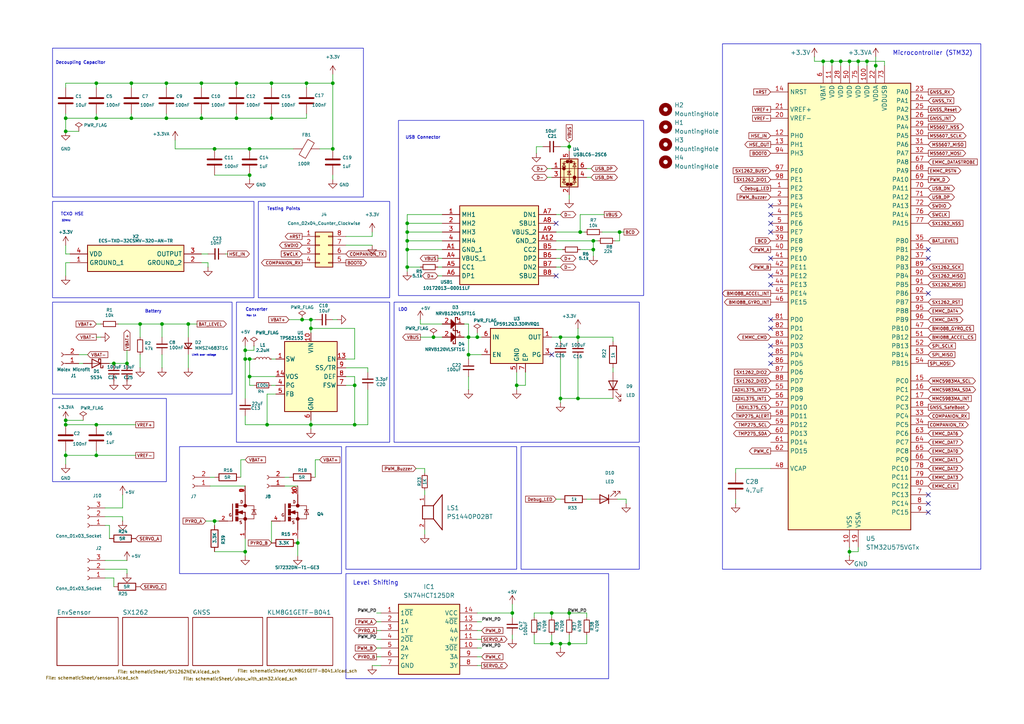
<source format=kicad_sch>
(kicad_sch (version 20250114) (generator "eeschema") (generator_version "9.0")
  (paper "A4")
  (rectangle (start 100.33 129.54) (end 149.86 165.1))
  (rectangle (start 15.24 13.97) (end 105.41 57.15))
  (rectangle (start 15.24 87.63) (end 67.31 114.3))
  (rectangle (start 115.57 34.925) (end 186.69 85.725))
  (rectangle (start 68.58 87.63) (end 113.03 128.27))
  (rectangle (start 209.55 12.7) (end 284.48 165.1))
  (rectangle (start 114.3 87.63) (end 185.42 128.27))
  (rectangle (start 100.33 166.37) (end 176.53 196.85))
  (rectangle (start 15.24 58.42) (end 73.66 86.36))
  (rectangle (start 15.24 115.57) (end 48.26 139.7))
  (rectangle (start 151.13 129.54) (end 185.42 165.1))
  (rectangle (start 74.93 58.42) (end 113.03 86.36))
  (rectangle (start 52.07 129.54) (end 99.06 166.37))
  (text "Microcontroller (STM32)" (at 270.51 15.494 0) (effects (font (size 1.27 1.27))))
  (text "TCXO HSE" (at 20.955 62.23 0) (effects (font (size 0.889 0.889))))
  (text "LDO" (at 116.84 89.916 0) (effects (font (size 0.889 0.889))))
  (text "Testing Points" (at 82.296 60.706 0) (effects (font (size 0.889 0.889))))
  (text "Battery" (at 44.45 90.424 0) (effects (font (size 0.889 0.889))))
  (text "USB Connector" (at 122.682 40.005 0) (effects (font (size 0.889 0.889))))
  (text "Level Shifting" (at 108.966 169.164 0) (effects (font (size 1.27 1.27))))
  (text "Converter" (at 74.422 89.916 0) (effects (font (size 0.889 0.889))))
  (text "Limit over voltage" (at 59.182 103.124 0) (effects (font (size 0.508 0.508))))
  (text "32MHz" (at 19.177 64.135 0) (effects (font (size 0.508 0.508))))
  (text "Max 1A" (at 72.898 91.694 0) (effects (font (size 0.508 0.508))))
  (text "Decoupling Capacitor" (at 23.368 18.288 0) (effects (font (size 0.889 0.889))))
  (junction (at 71.12 160.02))
  (junction (at 77.47 123.19))
  (junction (at 172.085 72.39))
  (junction (at 179.705 67.31))
  (junction (at 72.39 104.14))
  (junction (at 241.3 17.78))
  (junction (at 96.52 43.18))
  (junction (at 165.1 177.8))
  (junction (at 246.38 160.02))
  (junction (at 254 19.05))
  (junction (at 149.86 111.76))
  (junction (at 165.1 186.69))
  (junction (at 162.56 97.79))
  (junction (at 27.94 24.13))
  (junction (at 38.1 34.29))
  (junction (at 251.46 17.78))
  (junction (at 27.94 132.08))
  (junction (at 90.17 92.71))
  (junction (at 48.26 34.29))
  (junction (at 167.64 97.79))
  (junction (at 238.76 17.78))
  (junction (at 135.89 97.79))
  (junction (at 78.74 24.13))
  (junction (at 88.9 24.13))
  (junction (at 90.17 95.25))
  (junction (at 246.38 17.78))
  (junction (at 86.36 157.48))
  (junction (at 135.89 102.87))
  (junction (at 96.52 24.13))
  (junction (at 118.11 64.77))
  (junction (at 167.64 115.57))
  (junction (at 68.58 34.29))
  (junction (at 62.23 151.13))
  (junction (at 248.92 17.78))
  (junction (at 48.26 24.13))
  (junction (at 118.11 72.39))
  (junction (at 27.94 34.29))
  (junction (at 118.11 69.85))
  (junction (at 87.63 92.71))
  (junction (at 118.11 77.47))
  (junction (at 72.39 109.22))
  (junction (at 19.05 121.92))
  (junction (at 19.05 34.29))
  (junction (at 102.87 123.19))
  (junction (at 33.02 105.41))
  (junction (at 19.05 132.08))
  (junction (at 118.11 67.31))
  (junction (at 72.39 43.18))
  (junction (at 19.05 38.1))
  (junction (at 71.12 104.14))
  (junction (at 138.43 97.79))
  (junction (at 90.17 123.19))
  (junction (at 38.1 24.13))
  (junction (at 162.56 115.57))
  (junction (at 36.83 105.41))
  (junction (at 72.39 50.8))
  (junction (at 102.87 111.76))
  (junction (at 160.02 186.69))
  (junction (at 160.02 177.8))
  (junction (at 62.23 43.18))
  (junction (at 27.94 123.19))
  (junction (at 165.1 42.545))
  (junction (at 162.56 186.69))
  (junction (at 71.12 101.6))
  (junction (at 243.84 17.78))
  (junction (at 125.73 97.79))
  (junction (at 68.58 24.13))
  (junction (at 148.59 177.8))
  (junction (at 40.64 93.98))
  (junction (at 168.275 67.31))
  (junction (at 58.42 34.29))
  (junction (at 19.05 123.19))
  (junction (at 54.61 93.98))
  (junction (at 172.085 69.85))
  (junction (at 78.74 34.29))
  (junction (at 46.99 93.98))
  (junction (at 58.42 24.13))
  (no_connect (at 269.24 143.51))
  (no_connect (at 223.52 64.77))
  (no_connect (at 269.24 148.59))
  (no_connect (at 223.52 95.25))
  (no_connect (at 161.29 64.77))
  (no_connect (at 223.52 67.31))
  (no_connect (at 160.02 102.87))
  (no_connect (at 269.24 146.05))
  (no_connect (at 223.52 92.71))
  (no_connect (at 223.52 82.55))
  (no_connect (at 269.24 74.93))
  (no_connect (at 269.24 72.39))
  (no_connect (at 223.52 80.01))
  (no_connect (at 269.24 85.09))
  (no_connect (at 223.52 102.87))
  (no_connect (at 223.52 62.23))
  (no_connect (at 223.52 105.41))
  (no_connect (at 223.52 100.33))
  (no_connect (at 223.52 59.69))
  (no_connect (at 161.29 80.01))
  (no_connect (at 223.52 74.93))
  (wire (pts (xy 90.17 95.25) (xy 102.87 95.25)))
  (wire (pts (xy 71.12 160.02) (xy 71.12 156.21)))
  (wire (pts (xy 68.58 34.29) (xy 68.58 33.02)))
  (wire (pts (xy 91.44 92.71) (xy 90.17 92.71)))
  (wire (pts (xy 48.26 24.13) (xy 48.26 25.4)))
  (wire (pts (xy 30.48 152.4) (xy 31.75 152.4)))
  (wire (pts (xy 118.11 72.39) (xy 128.27 72.39)))
  (wire (pts (xy 127 80.01) (xy 128.27 80.01)))
  (wire (pts (xy 162.56 186.69) (xy 160.02 186.69)))
  (wire (pts (xy 167.64 115.57) (xy 177.8 115.57)))
  (wire (pts (xy 92.71 43.18) (xy 96.52 43.18)))
  (wire (pts (xy 123.19 142.24) (xy 123.19 143.51)))
  (wire (pts (xy 78.74 33.02) (xy 78.74 34.29)))
  (wire (pts (xy 174.625 67.31) (xy 179.705 67.31)))
  (wire (pts (xy 78.74 24.13) (xy 68.58 24.13)))
  (wire (pts (xy 135.89 102.87) (xy 135.89 104.14)))
  (wire (pts (xy 19.05 76.2) (xy 20.32 76.2)))
  (wire (pts (xy 135.89 97.79) (xy 135.89 102.87)))
  (wire (pts (xy 72.39 111.76) (xy 73.66 111.76)))
  (wire (pts (xy 58.42 34.29) (xy 68.58 34.29)))
  (wire (pts (xy 50.8 43.18) (xy 62.23 43.18)))
  (wire (pts (xy 69.85 133.35) (xy 69.85 138.43)))
  (wire (pts (xy 160.02 177.8) (xy 160.02 179.07)))
  (wire (pts (xy 35.56 143.51) (xy 35.56 147.32)))
  (wire (pts (xy 71.12 133.35) (xy 69.85 133.35)))
  (wire (pts (xy 107.95 193.04) (xy 110.49 193.04)))
  (wire (pts (xy 90.17 95.25) (xy 90.17 96.52)))
  (wire (pts (xy 160.02 177.8) (xy 165.1 177.8)))
  (wire (pts (xy 33.02 167.64) (xy 33.02 170.18)))
  (wire (pts (xy 71.12 104.14) (xy 72.39 104.14)))
  (wire (pts (xy 167.64 95.25) (xy 167.64 97.79)))
  (wire (pts (xy 102.87 109.22) (xy 102.87 111.76)))
  (wire (pts (xy 223.52 135.89) (xy 213.36 135.89)))
  (wire (pts (xy 213.36 135.89) (xy 213.36 137.16)))
  (wire (pts (xy 19.05 123.19) (xy 27.94 123.19)))
  (wire (pts (xy 46.99 106.68) (xy 46.99 102.87)))
  (wire (pts (xy 109.22 180.34) (xy 110.49 180.34)))
  (wire (pts (xy 36.83 101.6) (xy 36.83 105.41)))
  (wire (pts (xy 118.11 77.47) (xy 118.11 72.39)))
  (wire (pts (xy 241.3 17.78) (xy 243.84 17.78)))
  (wire (pts (xy 62.23 151.13) (xy 62.23 152.4)))
  (wire (pts (xy 162.56 115.57) (xy 167.64 115.57)))
  (wire (pts (xy 139.7 180.34) (xy 138.43 180.34)))
  (wire (pts (xy 148.59 179.07) (xy 148.59 177.8)))
  (wire (pts (xy 30.48 162.56) (xy 36.83 162.56)))
  (wire (pts (xy 125.73 97.79) (xy 128.27 97.79)))
  (wire (pts (xy 167.64 97.79) (xy 162.56 97.79)))
  (wire (pts (xy 138.43 96.52) (xy 138.43 97.79)))
  (wire (pts (xy 148.59 175.26) (xy 148.59 177.8)))
  (wire (pts (xy 100.33 106.68) (xy 106.68 106.68)))
  (wire (pts (xy 162.56 42.545) (xy 165.1 42.545)))
  (wire (pts (xy 50.8 40.64) (xy 50.8 43.18)))
  (wire (pts (xy 102.87 111.76) (xy 102.87 123.19)))
  (wire (pts (xy 246.38 17.78) (xy 246.38 19.05)))
  (wire (pts (xy 102.87 123.19) (xy 90.17 123.19)))
  (wire (pts (xy 100.33 71.12) (xy 107.95 71.12)))
  (wire (pts (xy 19.05 80.01) (xy 19.05 76.2)))
  (wire (pts (xy 88.9 33.02) (xy 88.9 34.29)))
  (wire (pts (xy 167.64 104.14) (xy 167.64 115.57)))
  (wire (pts (xy 31.75 152.4) (xy 31.75 156.21)))
  (wire (pts (xy 71.12 100.33) (xy 71.12 101.6)))
  (wire (pts (xy 90.17 92.71) (xy 90.17 95.25)))
  (wire (pts (xy 60.96 138.43) (xy 62.23 138.43)))
  (wire (pts (xy 19.05 34.29) (xy 27.94 34.29)))
  (wire (pts (xy 165.1 41.275) (xy 165.1 42.545)))
  (wire (pts (xy 246.38 158.75) (xy 246.38 160.02)))
  (wire (pts (xy 155.575 42.545) (xy 157.48 42.545)))
  (wire (pts (xy 106.68 123.19) (xy 102.87 123.19)))
  (wire (pts (xy 73.66 101.6) (xy 71.12 101.6)))
  (wire (pts (xy 62.23 160.02) (xy 71.12 160.02)))
  (wire (pts (xy 109.22 185.42) (xy 110.49 185.42)))
  (wire (pts (xy 30.48 165.1) (xy 36.83 165.1)))
  (wire (pts (xy 78.74 157.48) (xy 78.74 151.13)))
  (wire (pts (xy 59.69 151.13) (xy 62.23 151.13)))
  (wire (pts (xy 170.18 186.69) (xy 170.18 184.15)))
  (wire (pts (xy 68.58 24.13) (xy 58.42 24.13)))
  (wire (pts (xy 165.1 42.545) (xy 165.1 43.815)))
  (wire (pts (xy 19.05 33.02) (xy 19.05 34.29)))
  (wire (pts (xy 172.085 72.39) (xy 172.085 74.295)))
  (wire (pts (xy 118.11 69.85) (xy 128.27 69.85)))
  (wire (pts (xy 162.56 104.14) (xy 162.56 115.57)))
  (wire (pts (xy 254 16.51) (xy 254 19.05)))
  (wire (pts (xy 62.23 50.8) (xy 72.39 50.8)))
  (wire (pts (xy 72.39 50.8) (xy 72.39 52.07)))
  (wire (pts (xy 172.085 69.85) (xy 173.355 69.85)))
  (wire (pts (xy 82.55 140.97) (xy 86.36 140.97)))
  (wire (pts (xy 154.94 177.8) (xy 160.02 177.8)))
  (wire (pts (xy 68.58 34.29) (xy 78.74 34.29)))
  (wire (pts (xy 46.99 93.98) (xy 46.99 97.79)))
  (wire (pts (xy 118.11 69.85) (xy 118.11 72.39)))
  (wire (pts (xy 178.435 69.85) (xy 179.705 69.85)))
  (wire (pts (xy 120.65 135.89) (xy 123.19 135.89)))
  (wire (pts (xy 38.1 34.29) (xy 38.1 33.02)))
  (wire (pts (xy 58.42 24.13) (xy 58.42 25.4)))
  (wire (pts (xy 170.18 144.78) (xy 171.45 144.78)))
  (wire (pts (xy 118.11 62.23) (xy 118.11 64.77)))
  (wire (pts (xy 86.36 156.21) (xy 86.36 157.48)))
  (wire (pts (xy 165.1 186.69) (xy 170.18 186.69)))
  (wire (pts (xy 155.575 44.45) (xy 155.575 42.545)))
  (wire (pts (xy 27.94 24.13) (xy 19.05 24.13)))
  (wire (pts (xy 27.94 97.79) (xy 29.21 97.79)))
  (wire (pts (xy 96.52 50.8) (xy 96.52 52.07)))
  (wire (pts (xy 48.26 34.29) (xy 58.42 34.29)))
  (wire (pts (xy 60.96 140.97) (xy 71.12 140.97)))
  (wire (pts (xy 213.36 144.78) (xy 213.36 146.05)))
  (wire (pts (xy 78.74 24.13) (xy 78.74 25.4)))
  (wire (pts (xy 160.02 97.79) (xy 162.56 97.79)))
  (wire (pts (xy 78.74 24.13) (xy 88.9 24.13)))
  (wire (pts (xy 162.56 116.84) (xy 162.56 115.57)))
  (wire (pts (xy 71.12 101.6) (xy 71.12 104.14)))
  (wire (pts (xy 100.33 111.76) (xy 102.87 111.76)))
  (wire (pts (xy 135.89 97.79) (xy 134.62 97.79)))
  (wire (pts (xy 80.01 114.3) (xy 77.47 114.3)))
  (wire (pts (xy 149.86 111.76) (xy 149.86 107.95)))
  (wire (pts (xy 22.86 105.41) (xy 24.13 105.41)))
  (wire (pts (xy 35.56 149.86) (xy 35.56 151.13)))
  (wire (pts (xy 118.11 64.77) (xy 118.11 67.31)))
  (wire (pts (xy 62.23 151.13) (xy 63.5 151.13)))
  (wire (pts (xy 161.29 69.85) (xy 172.085 69.85)))
  (wire (pts (xy 88.9 34.29) (xy 78.74 34.29)))
  (wire (pts (xy 139.7 185.42) (xy 138.43 185.42)))
  (wire (pts (xy 162.56 187.96) (xy 162.56 186.69)))
  (wire (pts (xy 243.84 17.78) (xy 243.84 19.05)))
  (wire (pts (xy 72.39 104.14) (xy 72.39 109.22)))
  (wire (pts (xy 243.84 17.78) (xy 246.38 17.78)))
  (wire (pts (xy 71.12 123.19) (xy 77.47 123.19)))
  (wire (pts (xy 121.92 97.79) (xy 125.73 97.79)))
  (wire (pts (xy 90.17 123.19) (xy 90.17 124.46)))
  (wire (pts (xy 161.29 72.39) (xy 163.195 72.39)))
  (wire (pts (xy 19.05 24.13) (xy 19.05 25.4)))
  (wire (pts (xy 38.1 24.13) (xy 27.94 24.13)))
  (wire (pts (xy 106.68 106.68) (xy 106.68 107.95)))
  (wire (pts (xy 162.56 186.69) (xy 165.1 186.69)))
  (wire (pts (xy 167.64 97.79) (xy 177.8 97.79)))
  (wire (pts (xy 181.61 144.78) (xy 181.61 146.05)))
  (wire (pts (xy 19.05 73.66) (xy 20.32 73.66)))
  (wire (pts (xy 92.71 133.35) (xy 91.44 133.35)))
  (wire (pts (xy 30.48 149.86) (xy 35.56 149.86)))
  (wire (pts (xy 38.1 34.29) (xy 48.26 34.29)))
  (wire (pts (xy 96.52 21.59) (xy 96.52 24.13)))
  (wire (pts (xy 241.3 17.78) (xy 241.3 19.05)))
  (wire (pts (xy 251.46 17.78) (xy 251.46 19.05)))
  (wire (pts (xy 27.94 130.81) (xy 27.94 132.08)))
  (wire (pts (xy 19.05 71.12) (xy 19.05 73.66)))
  (wire (pts (xy 38.1 24.13) (xy 38.1 25.4)))
  (wire (pts (xy 172.085 69.85) (xy 172.085 72.39)))
  (wire (pts (xy 33.02 105.41) (xy 36.83 105.41)))
  (wire (pts (xy 73.66 100.33) (xy 73.66 101.6)))
  (wire (pts (xy 177.8 107.95) (xy 177.8 106.68)))
  (wire (pts (xy 27.94 93.98) (xy 29.21 93.98)))
  (wire (pts (xy 96.52 92.71) (xy 97.79 92.71)))
  (wire (pts (xy 162.56 97.79) (xy 162.56 99.06)))
  (wire (pts (xy 68.58 24.13) (xy 68.58 25.4)))
  (wire (pts (xy 100.33 109.22) (xy 102.87 109.22)))
  (wire (pts (xy 138.43 97.79) (xy 139.7 97.79)))
  (wire (pts (xy 179.705 67.31) (xy 180.975 67.31)))
  (wire (pts (xy 168.275 62.23) (xy 175.26 62.23)))
  (wire (pts (xy 88.9 25.4) (xy 88.9 24.13)))
  (wire (pts (xy 40.64 93.98) (xy 40.64 97.79)))
  (wire (pts (xy 19.05 130.81) (xy 19.05 132.08)))
  (wire (pts (xy 168.275 62.23) (xy 168.275 67.31)))
  (wire (pts (xy 148.59 184.15) (xy 148.59 185.42)))
  (wire (pts (xy 106.68 113.03) (xy 106.68 123.19)))
  (wire (pts (xy 71.12 120.65) (xy 71.12 123.19)))
  (wire (pts (xy 154.94 177.8) (xy 154.94 179.07)))
  (wire (pts (xy 58.42 73.66) (xy 60.325 73.66)))
  (wire (pts (xy 78.74 104.14) (xy 80.01 104.14)))
  (wire (pts (xy 135.89 109.22) (xy 135.89 113.03)))
  (wire (pts (xy 160.02 184.15) (xy 160.02 186.69)))
  (wire (pts (xy 60.325 76.2) (xy 60.325 77.47)))
  (wire (pts (xy 135.89 93.98) (xy 135.89 97.79)))
  (wire (pts (xy 35.56 147.32) (xy 30.48 147.32)))
  (wire (pts (xy 238.76 19.05) (xy 238.76 17.78)))
  (wire (pts (xy 90.17 121.92) (xy 90.17 123.19)))
  (wire (pts (xy 135.89 102.87) (xy 139.7 102.87)))
  (wire (pts (xy 118.11 62.23) (xy 128.27 62.23)))
  (wire (pts (xy 154.94 184.15) (xy 154.94 186.69)))
  (wire (pts (xy 54.61 102.87) (xy 54.61 106.68)))
  (wire (pts (xy 167.64 97.79) (xy 167.64 99.06)))
  (wire (pts (xy 72.39 43.18) (xy 85.09 43.18)))
  (wire (pts (xy 161.29 144.78) (xy 162.56 144.78)))
  (wire (pts (xy 246.38 160.02) (xy 246.38 161.29)))
  (wire (pts (xy 160.02 48.895) (xy 158.75 48.895)))
  (wire (pts (xy 161.29 77.47) (xy 162.56 77.47)))
  (wire (pts (xy 127 74.93) (xy 128.27 74.93)))
  (wire (pts (xy 165.1 177.8) (xy 170.18 177.8)))
  (wire (pts (xy 27.94 24.13) (xy 27.94 25.4)))
  (wire (pts (xy 109.22 182.88) (xy 110.49 182.88)))
  (wire (pts (xy 161.29 67.31) (xy 168.275 67.31)))
  (wire (pts (xy 134.62 93.98) (xy 135.89 93.98)))
  (wire (pts (xy 86.36 157.48) (xy 86.36 161.29)))
  (wire (pts (xy 251.46 17.78) (xy 256.54 17.78)))
  (wire (pts (xy 170.18 48.895) (xy 171.45 48.895)))
  (wire (pts (xy 179.705 69.85) (xy 179.705 67.31)))
  (wire (pts (xy 165.1 56.515) (xy 165.1 57.785)))
  (wire (pts (xy 135.89 97.79) (xy 138.43 97.79)))
  (wire (pts (xy 19.05 121.92) (xy 19.05 123.19)))
  (wire (pts (xy 91.44 133.35) (xy 91.44 138.43)))
  (wire (pts (xy 118.11 77.47) (xy 121.92 77.47)))
  (wire (pts (xy 248.92 17.78) (xy 251.46 17.78)))
  (wire (pts (xy 152.4 111.76) (xy 149.86 111.76)))
  (wire (pts (xy 248.92 17.78) (xy 248.92 19.05)))
  (wire (pts (xy 71.12 160.02) (xy 71.12 161.29)))
  (wire (pts (xy 128.27 64.77) (xy 118.11 64.77)))
  (wire (pts (xy 19.05 121.92) (xy 24.13 121.92)))
  (wire (pts (xy 161.29 74.93) (xy 162.56 74.93)))
  (wire (pts (xy 71.12 104.14) (xy 71.12 115.57)))
  (wire (pts (xy 102.87 104.14) (xy 100.33 104.14)))
  (wire (pts (xy 139.7 187.96) (xy 138.43 187.96)))
  (wire (pts (xy 236.22 16.51) (xy 236.22 17.78)))
  (wire (pts (xy 31.75 105.41) (xy 33.02 105.41)))
  (wire (pts (xy 54.61 93.98) (xy 54.61 97.79)))
  (wire (pts (xy 238.76 17.78) (xy 241.3 17.78)))
  (wire (pts (xy 118.11 78.74) (xy 118.11 77.47)))
  (wire (pts (xy 65.405 73.66) (xy 66.04 73.66)))
  (wire (pts (xy 170.18 51.435) (xy 171.45 51.435)))
  (wire (pts (xy 118.11 67.31) (xy 118.11 69.85)))
  (wire (pts (xy 72.39 104.14) (xy 73.66 104.14)))
  (wire (pts (xy 19.05 34.29) (xy 19.05 38.1)))
  (wire (pts (xy 30.48 167.64) (xy 33.02 167.64)))
  (wire (pts (xy 170.18 177.8) (xy 170.18 179.07)))
  (wire (pts (xy 80.01 109.22) (xy 72.39 109.22)))
  (wire (pts (xy 77.47 114.3) (xy 77.47 123.19)))
  (wire (pts (xy 121.92 92.71) (xy 121.92 93.98)))
  (wire (pts (xy 58.42 76.2) (xy 60.325 76.2)))
  (wire (pts (xy 152.4 111.76) (xy 152.4 107.95)))
  (wire (pts (xy 128.27 67.31) (xy 118.11 67.31)))
  (wire (pts (xy 48.26 34.29) (xy 48.26 33.02)))
  (wire (pts (xy 62.23 43.18) (xy 72.39 43.18)))
  (wire (pts (xy 46.99 93.98) (xy 54.61 93.98)))
  (wire (pts (xy 27.94 123.19) (xy 39.37 123.19)))
  (wire (pts (xy 254 19.05) (xy 254 20.32)))
  (wire (pts (xy 22.86 102.87) (xy 25.4 102.87)))
  (wire (pts (xy 123.19 135.89) (xy 123.19 137.16)))
  (wire (pts (xy 160.02 186.69) (xy 154.94 186.69)))
  (wire (pts (xy 127 77.47) (xy 128.27 77.47)))
  (wire (pts (xy 168.275 72.39) (xy 172.085 72.39)))
  (wire (pts (xy 80.01 111.76) (xy 78.74 111.76)))
  (wire (pts (xy 40.64 102.87) (xy 40.64 106.68)))
  (wire (pts (xy 96.52 24.13) (xy 96.52 43.18)))
  (wire (pts (xy 34.29 93.98) (xy 40.64 93.98)))
  (wire (pts (xy 77.47 123.19) (xy 90.17 123.19)))
  (wire (pts (xy 121.92 93.98) (xy 128.27 93.98)))
  (wire (pts (xy 58.42 33.02) (xy 58.42 34.29)))
  (wire (pts (xy 179.07 144.78) (xy 181.61 144.78)))
  (wire (pts (xy 54.61 93.98) (xy 57.15 93.98)))
  (wire (pts (xy 165.1 177.8) (xy 165.1 179.07)))
  (wire (pts (xy 177.8 97.79) (xy 177.8 99.06)))
  (wire (pts (xy 40.64 93.98) (xy 46.99 93.98)))
  (wire (pts (xy 102.87 95.25) (xy 102.87 104.14)))
  (wire (pts (xy 139.7 182.88) (xy 138.43 182.88)))
  (wire (pts (xy 139.7 193.04) (xy 138.43 193.04)))
  (wire (pts (xy 109.22 187.96) (xy 110.49 187.96)))
  (wire (pts (xy 87.63 92.71) (xy 90.17 92.71)))
  (wire (pts (xy 27.94 132.08) (xy 39.37 132.08)))
  (wire (pts (xy 246.38 17.78) (xy 248.92 17.78)))
  (wire (pts (xy 72.39 109.22) (xy 72.39 111.76)))
  (wire (pts (xy 161.29 62.23) (xy 162.56 62.23)))
  (wire (pts (xy 19.05 38.1) (xy 22.86 38.1)))
  (wire (pts (xy 138.43 177.8) (xy 148.59 177.8)))
  (wire (pts (xy 248.92 160.02) (xy 246.38 160.02)))
  (wire (pts (xy 82.55 138.43) (xy 83.82 138.43)))
  (wire (pts (xy 58.42 24.13) (xy 48.26 24.13)))
  (wire (pts (xy 100.33 68.58) (xy 107.95 68.58)))
  (wire (pts (xy 123.19 153.67) (xy 123.19 154.94)))
  (wire (pts (xy 236.22 17.78) (xy 238.76 17.78)))
  (wire (pts (xy 256.54 19.05) (xy 256.54 17.78)))
  (wire (pts (xy 27.94 33.02) (xy 27.94 34.29)))
  (wire (pts (xy 36.83 165.1) (xy 36.83 166.37)))
  (wire (pts (xy 109.22 190.5) (xy 110.49 190.5)))
  (wire (pts (xy 27.94 34.29) (xy 38.1 34.29)))
  (wire (pts (xy 83.82 92.71) (xy 87.63 92.71)))
  (wire (pts (xy 165.1 184.15) (xy 165.1 186.69)))
  (wire (pts (xy 168.275 67.31) (xy 169.545 67.31)))
  (wire (pts (xy 139.7 190.5) (xy 138.43 190.5)))
  (wire (pts (xy 107.95 67.31) (xy 107.95 68.58)))
  (wire (pts (xy 19.05 132.08) (xy 27.94 132.08)))
  (wire (pts (xy 248.92 158.75) (xy 248.92 160.02)))
  (wire (pts (xy 109.22 177.8) (xy 110.49 177.8)))
  (wire (pts (xy 48.26 24.13) (xy 38.1 24.13)))
  (wire (pts (xy 160.02 51.435) (xy 158.75 51.435)))
  (wire (pts (xy 19.05 132.08) (xy 19.05 134.62)))
  (wire (pts (xy 149.86 111.76) (xy 149.86 113.03)))
  (wire (pts (xy 88.9 24.13) (xy 96.52 24.13)))
  (label "PWM_PD" (at 139.7 187.96 0) (effects (font (size 0.889 0.889))))
  (label "PWM_PD" (at 109.22 177.8 180) (effects (font (size 0.889 0.889))))
  (label "PWM_PD" (at 139.7 180.34 0) (effects (font (size 0.889 0.889))))
  (label "PWM_PD" (at 170.18 177.8 180) (effects (font (size 0.889 0.889))))
  (label "PWM_PD" (at 109.22 185.42 180) (effects (font (size 0.889 0.889))))
  (global_label "BOOT0" (shape output) (at 100.33 76.2 0) (effects (font (size 0.889 0.889))) (property "Intersheetrefs" "${INTERSHEET_REFS}" (effects (hide yes))))
  (global_label "PWM_D" (shape output) (at 269.24 52.07 0) (effects (font (size 0.889 0.889))) (property "Intersheetrefs" "${INTERSHEET_REFS}" (effects (hide yes))))
  (global_label "SPI_SCLK" (shape input) (at 269.24 100.33 0) (effects (font (size 0.889 0.889))) (property "Intersheetrefs" "${INTERSHEET_REFS}" (effects (hide yes))))
  (global_label "GNSS_RX" (shape output) (at 269.24 26.67 0) (effects (font (size 0.889 0.889))) (property "Intersheetrefs" "${INTERSHEET_REFS}" (effects (hide yes))))
  (global_label "COMPANION_RX" (shape output) (at 87.63 76.2 180) (effects (font (size 0.889 0.889))) (property "Intersheetrefs" "${INTERSHEET_REFS}" (effects (hide yes))))
  (global_label "VBAT+" (shape input) (at 71.12 133.35 0) (effects (font (size 0.889 0.889))) (property "Intersheetrefs" "${INTERSHEET_REFS}" (effects (hide yes))))
  (global_label "nRST" (shape input) (at 223.52 26.67 180) (effects (font (size 0.889 0.889))) (property "Intersheetrefs" "${INTERSHEET_REFS}" (effects (hide yes))))
  (global_label "PYRO_A" (shape output) (at 109.22 182.88 180) (effects (font (size 0.889 0.889))) (property "Intersheetrefs" "${INTERSHEET_REFS}" (effects (hide yes))))
  (global_label "BMI088_GYRO_INT" (shape output) (at 223.52 87.63 180) (effects (font (size 0.889 0.889))) (property "Intersheetrefs" "${INTERSHEET_REFS}" (effects (hide yes))))
  (global_label "PWM_C" (shape input) (at 139.7 190.5 0) (effects (font (size 0.889 0.889))) (property "Intersheetrefs" "${INTERSHEET_REFS}" (effects (hide yes))))
  (global_label "EMMC_DAT4" (shape bidirectional) (at 269.24 90.17 0) (effects (font (size 0.889 0.889))) (property "Intersheetrefs" "${INTERSHEET_REFS}" (effects (hide yes))))
  (global_label "EMMC_DAT5" (shape bidirectional) (at 269.24 92.71 0) (effects (font (size 0.889 0.889))) (property "Intersheetrefs" "${INTERSHEET_REFS}" (effects (hide yes))))
  (global_label "USB_DP" (shape bidirectional) (at 171.45 48.895 0) (effects (font (size 0.889 0.889))) (property "Intersheetrefs" "${INTERSHEET_REFS}" (effects (hide yes))))
  (global_label "EMMC_RSTN" (shape output) (at 269.24 49.53 0) (effects (font (size 0.889 0.889))) (property "Intersheetrefs" "${INTERSHEET_REFS}" (effects (hide yes))))
  (global_label "D-" (shape bidirectional) (at 162.56 77.47 0) (effects (font (size 0.889 0.889))) (property "Intersheetrefs" "${INTERSHEET_REFS}" (effects (hide yes))))
  (global_label "PYRO_A" (shape input) (at 59.69 151.13 180) (effects (font (size 0.889 0.889))) (property "Intersheetrefs" "${INTERSHEET_REFS}" (effects (hide yes))))
  (global_label "PWM_A" (shape output) (at 223.52 72.39 180) (effects (font (size 0.889 0.889))) (property "Intersheetrefs" "${INTERSHEET_REFS}" (effects (hide yes))))
  (global_label "VREF+" (shape passive) (at 223.52 31.75 180) (effects (font (size 0.889 0.889))) (property "Intersheetrefs" "${INTERSHEET_REFS}" (effects (hide yes))))
  (global_label "BOOT0" (shape input) (at 223.52 44.45 180) (effects (font (size 0.889 0.889))) (property "Intersheetrefs" "${INTERSHEET_REFS}" (effects (hide yes))))
  (global_label "PWM_A" (shape input) (at 109.22 180.34 180) (effects (font (size 0.889 0.889))) (property "Intersheetrefs" "${INTERSHEET_REFS}" (effects (hide yes))))
  (global_label "SERVO_C" (shape output) (at 139.7 193.04 0) (effects (font (size 0.889 0.889))) (property "Intersheetrefs" "${INTERSHEET_REFS}" (effects (hide yes))))
  (global_label "VBUS" (shape input) (at 165.1 41.275 90) (effects (font (size 0.889 0.889))) (property "Intersheetrefs" "${INTERSHEET_REFS}" (effects (hide yes))))
  (global_label "BMI088_ACCEL_INT" (shape output) (at 223.52 85.09 180) (effects (font (size 0.889 0.889))) (property "Intersheetrefs" "${INTERSHEET_REFS}" (effects (hide yes))))
  (global_label "VREF+" (shape passive) (at 39.37 123.19 0) (effects (font (size 0.889 0.889))) (property "Intersheetrefs" "${INTERSHEET_REFS}" (effects (hide yes))))
  (global_label "EMMC_DAT7" (shape bidirectional) (at 269.24 128.27 0) (effects (font (size 0.889 0.889))) (property "Intersheetrefs" "${INTERSHEET_REFS}" (effects (hide yes))))
  (global_label "SERVO_A" (shape output) (at 139.7 185.42 0) (effects (font (size 0.889 0.889))) (property "Intersheetrefs" "${INTERSHEET_REFS}" (effects (hide yes))))
  (global_label "D-" (shape bidirectional) (at 162.56 62.23 0) (effects (font (size 0.889 0.889))) (property "Intersheetrefs" "${INTERSHEET_REFS}" (effects (hide yes))))
  (global_label "ADXL375_INT2" (shape input) (at 223.52 113.03 180) (effects (font (size 0.889 0.889))) (property "Intersheetrefs" "${INTERSHEET_REFS}" (effects (hide yes))))
  (global_label "TMP275_SDA" (shape bidirectional) (at 223.52 125.73 180) (effects (font (size 0.889 0.889))) (property "Intersheetrefs" "${INTERSHEET_REFS}" (effects (hide yes))))
  (global_label "Debug_LED" (shape input) (at 161.29 144.78 180) (effects (font (size 0.889 0.889))) (property "Intersheetrefs" "${INTERSHEET_REFS}" (effects (hide yes))))
  (global_label "USB_DN" (shape bidirectional) (at 269.24 54.61 0) (effects (font (size 0.889 0.889))) (property "Intersheetrefs" "${INTERSHEET_REFS}" (effects (hide yes))))
  (global_label "HSE_IN" (shape input) (at 223.52 39.37 180) (effects (font (size 0.889 0.889))) (property "Intersheetrefs" "${INTERSHEET_REFS}" (effects (hide yes))))
  (global_label "EMMC_DAT0" (shape bidirectional) (at 269.24 130.81 0) (effects (font (size 0.889 0.889))) (property "Intersheetrefs" "${INTERSHEET_REFS}" (effects (hide yes))))
  (global_label "GNSS_INT" (shape output) (at 269.24 34.29 0) (effects (font (size 0.889 0.889))) (property "Intersheetrefs" "${INTERSHEET_REFS}" (effects (hide yes))))
  (global_label "BAT_LEVEL" (shape input) (at 269.24 69.85 0) (effects (font (size 0.889 0.889))) (property "Intersheetrefs" "${INTERSHEET_REFS}" (effects (hide yes))))
  (global_label "SX1262_DIO1" (shape input) (at 223.52 52.07 180) (effects (font (size 0.889 0.889))) (property "Intersheetrefs" "${INTERSHEET_REFS}" (effects (hide yes))))
  (global_label "SX1262_DIO2" (shape input) (at 223.52 107.95 180) (effects (font (size 0.889 0.889))) (property "Intersheetrefs" "${INTERSHEET_REFS}" (effects (hide yes))))
  (global_label "PWM_C" (shape output) (at 223.52 130.81 180) (effects (font (size 0.889 0.889))) (property "Intersheetrefs" "${INTERSHEET_REFS}" (effects (hide yes))))
  (global_label "SPI_MISO" (shape input) (at 269.24 102.87 0) (effects (font (size 0.889 0.889))) (property "Intersheetrefs" "${INTERSHEET_REFS}" (effects (hide yes))))
  (global_label "SX1262_SCK" (shape input) (at 269.24 77.47 0) (effects (font (size 0.889 0.889))) (property "Intersheetrefs" "${INTERSHEET_REFS}" (effects (hide yes))))
  (global_label "MS5607_MOSI" (shape output) (at 269.24 44.45 0) (effects (font (size 0.889 0.889))) (property "Intersheetrefs" "${INTERSHEET_REFS}" (effects (hide yes))))
  (global_label "EMMC_DATASTROBE" (shape input) (at 269.24 46.99 0) (effects (font (size 0.889 0.889))) (property "Intersheetrefs" "${INTERSHEET_REFS}" (effects (hide yes))))
  (global_label "PWM_Buzzer" (shape input) (at 223.52 57.15 180) (effects (font (size 0.889 0.889))) (property "Intersheetrefs" "${INTERSHEET_REFS}" (effects (hide yes))))
  (global_label "PWM_D" (shape input) (at 139.7 182.88 0) (effects (font (size 0.889 0.889))) (property "Intersheetrefs" "${INTERSHEET_REFS}" (effects (hide yes))))
  (global_label "EMMC_CLK" (shape input) (at 269.24 140.97 0) (effects (font (size 0.889 0.889))) (property "Intersheetrefs" "${INTERSHEET_REFS}" (effects (hide yes))))
  (global_label "SX1262_DIO3" (shape input) (at 223.52 110.49 180) (effects (font (size 0.889 0.889))) (property "Intersheetrefs" "${INTERSHEET_REFS}" (effects (hide yes))))
  (global_label "VBUS" (shape output) (at 175.26 62.23 0) (effects (font (size 0.889 0.889))) (property "Intersheetrefs" "${INTERSHEET_REFS}" (effects (hide yes))))
  (global_label "SX1262_BUSY" (shape input) (at 223.52 49.53 180) (effects (font (size 0.889 0.889))) (property "Intersheetrefs" "${INTERSHEET_REFS}" (effects (hide yes))))
  (global_label "D+" (shape bidirectional) (at 127 80.01 180) (effects (font (size 0.889 0.889))) (property "Intersheetrefs" "${INTERSHEET_REFS}" (effects (hide yes))))
  (global_label "GNSS_SafeBoot" (shape output) (at 269.24 118.11 0) (effects (font (size 0.889 0.889))) (property "Intersheetrefs" "${INTERSHEET_REFS}" (effects (hide yes))))
  (global_label "COMPANION_RX" (shape input) (at 269.24 120.65 0) (effects (font (size 0.889 0.889))) (property "Intersheetrefs" "${INTERSHEET_REFS}" (effects (hide yes))))
  (global_label "MS5607_NSS" (shape output) (at 269.24 36.83 0) (effects (font (size 0.889 0.889))) (property "Intersheetrefs" "${INTERSHEET_REFS}" (effects (hide yes))))
  (global_label "USB_DN" (shape bidirectional) (at 171.45 51.435 0) (effects (font (size 0.889 0.889))) (property "Intersheetrefs" "${INTERSHEET_REFS}" (effects (hide yes))))
  (global_label "Debug_LED" (shape output) (at 223.52 54.61 180) (effects (font (size 0.889 0.889))) (property "Intersheetrefs" "${INTERSHEET_REFS}" (effects (hide yes))))
  (global_label "MS5607_SCLK" (shape output) (at 269.24 39.37 0) (effects (font (size 0.889 0.889))) (property "Intersheetrefs" "${INTERSHEET_REFS}" (effects (hide yes))))
  (global_label "BCD" (shape output) (at 180.975 67.31 0) (effects (font (size 0.889 0.889))) (property "Intersheetrefs" "${INTERSHEET_REFS}" (effects (hide yes))))
  (global_label "D+" (shape bidirectional) (at 162.56 74.93 0) (effects (font (size 0.889 0.889))) (property "Intersheetrefs" "${INTERSHEET_REFS}" (effects (hide yes))))
  (global_label "VBAT-" (shape input) (at 25.4 102.87 0) (effects (font (size 0.889 0.889))) (property "Intersheetrefs" "${INTERSHEET_REFS}" (effects (hide yes))))
  (global_label "SERVO_C" (shape input) (at 40.64 170.18 0) (effects (font (size 0.889 0.889))) (property "Intersheetrefs" "${INTERSHEET_REFS}" (effects (hide yes))))
  (global_label "SWDIO" (shape bidirectional) (at 269.24 59.69 0) (effects (font (size 0.889 0.889))) (property "Intersheetrefs" "${INTERSHEET_REFS}" (effects (hide yes))))
  (global_label "COMPANION_TX" (shape input) (at 100.33 73.66 0) (effects (font (size 0.889 0.889))) (property "Intersheetrefs" "${INTERSHEET_REFS}" (effects (hide yes))))
  (global_label "BAT_LEVEL" (shape output) (at 57.15 93.98 0) (effects (font (size 0.889 0.889))) (property "Intersheetrefs" "${INTERSHEET_REFS}" (effects (hide yes))))
  (global_label "SERVO_A" (shape input) (at 39.37 156.21 0) (effects (font (size 0.889 0.889))) (property "Intersheetrefs" "${INTERSHEET_REFS}" (effects (hide yes))))
  (global_label "VBAT-" (shape output) (at 27.94 97.79 180) (effects (font (size 0.889 0.889))) (property "Intersheetrefs" "${INTERSHEET_REFS}" (effects (hide yes))))
  (global_label "BMI088_ACCEL_CS" (shape input) (at 269.24 97.79 0) (effects (font (size 0.889 0.889))) (property "Intersheetrefs" "${INTERSHEET_REFS}" (effects (hide yes))))
  (global_label "SWCLK" (shape input) (at 269.24 62.23 0) (effects (font (size 0.889 0.889))) (property "Intersheetrefs" "${INTERSHEET_REFS}" (effects (hide yes))))
  (global_label "VREF-" (shape passive) (at 223.52 34.29 180) (effects (font (size 0.889 0.889))) (property "Intersheetrefs" "${INTERSHEET_REFS}" (effects (hide yes))))
  (global_label "VBUS" (shape output) (at 127 74.93 180) (effects (font (size 0.889 0.889))) (property "Intersheetrefs" "${INTERSHEET_REFS}" (effects (hide yes))))
  (global_label "EMMC_DAT1" (shape bidirectional) (at 269.24 133.35 0) (effects (font (size 0.889 0.889))) (property "Intersheetrefs" "${INTERSHEET_REFS}" (effects (hide yes))))
  (global_label "PWM_Buzzer" (shape input) (at 120.65 135.89 180) (effects (font (size 0.889 0.889))) (property "Intersheetrefs" "${INTERSHEET_REFS}" (effects (hide yes))))
  (global_label "GNSS_TX" (shape input) (at 269.24 29.21 0) (effects (font (size 0.889 0.889))) (property "Intersheetrefs" "${INTERSHEET_REFS}" (effects (hide yes))))
  (global_label "SPI_MOSI" (shape output) (at 269.24 105.41 0) (effects (font (size 0.889 0.889))) (property "Intersheetrefs" "${INTERSHEET_REFS}" (effects (hide yes))))
  (global_label "BMI088_GYRO_CS" (shape input) (at 269.24 95.25 0) (effects (font (size 0.889 0.889))) (property "Intersheetrefs" "${INTERSHEET_REFS}" (effects (hide yes))))
  (global_label "BCD" (shape input) (at 223.52 69.85 180) (effects (font (size 0.889 0.889))) (property "Intersheetrefs" "${INTERSHEET_REFS}" (effects (hide yes))))
  (global_label "HSE_OUT" (shape output) (at 223.52 41.91 180) (effects (font (size 0.889 0.889))) (property "Intersheetrefs" "${INTERSHEET_REFS}" (effects (hide yes))))
  (global_label "D-" (shape bidirectional) (at 158.75 51.435 180) (effects (font (size 0.889 0.889))) (property "Intersheetrefs" "${INTERSHEET_REFS}" (effects (hide yes))))
  (global_label "EMMC_CMD" (shape bidirectional) (at 223.52 97.79 180) (effects (font (size 0.889 0.889))) (property "Intersheetrefs" "${INTERSHEET_REFS}" (effects (hide yes))))
  (global_label "nRST" (shape output) (at 87.63 68.58 180) (effects (font (size 0.889 0.889))) (property "Intersheetrefs" "${INTERSHEET_REFS}" (effects (hide yes))))
  (global_label "GNSS_Reset" (shape output) (at 269.24 31.75 0) (effects (font (size 0.889 0.889))) (property "Intersheetrefs" "${INTERSHEET_REFS}" (effects (hide yes))))
  (global_label "MS5607_MISO" (shape input) (at 269.24 41.91 0) (effects (font (size 0.889 0.889))) (property "Intersheetrefs" "${INTERSHEET_REFS}" (effects (hide yes))))
  (global_label "VREF-" (shape passive) (at 39.37 132.08 0) (effects (font (size 0.889 0.889))) (property "Intersheetrefs" "${INTERSHEET_REFS}" (effects (hide yes))))
  (global_label "VBAT+" (shape output) (at 36.83 101.6 90) (effects (font (size 0.889 0.889))) (property "Intersheetrefs" "${INTERSHEET_REFS}" (effects (hide yes))))
  (global_label "VBAT+" (shape input) (at 92.71 133.35 0) (effects (font (size 0.889 0.889))) (property "Intersheetrefs" "${INTERSHEET_REFS}" (effects (hide yes))))
  (global_label "SX1262_MISO" (shape input) (at 269.24 80.01 0) (effects (font (size 0.889 0.889))) (property "Intersheetrefs" "${INTERSHEET_REFS}" (effects (hide yes))))
  (global_label "SX1262_RST" (shape input) (at 269.24 87.63 0) (effects (font (size 0.889 0.889))) (property "Intersheetrefs" "${INTERSHEET_REFS}" (effects (hide yes))))
  (global_label "PYRO_B" (shape output) (at 109.22 190.5 180) (effects (font (size 0.889 0.889))) (property "Intersheetrefs" "${INTERSHEET_REFS}" (effects (hide yes))))
  (global_label "VBUS" (shape output) (at 121.92 97.79 180) (effects (font (size 0.889 0.889))) (property "Intersheetrefs" "${INTERSHEET_REFS}" (effects (hide yes))))
  (global_label "SWDIO" (shape bidirectional) (at 87.63 71.12 180) (effects (font (size 0.889 0.889))) (property "Intersheetrefs" "${INTERSHEET_REFS}" (effects (hide yes))))
  (global_label "COMPANION_TX" (shape output) (at 269.24 123.19 0) (effects (font (size 0.889 0.889))) (property "Intersheetrefs" "${INTERSHEET_REFS}" (effects (hide yes))))
  (global_label "MMC5983MA_SDA" (shape bidirectional) (at 269.24 113.03 0) (effects (font (size 0.889 0.889))) (property "Intersheetrefs" "${INTERSHEET_REFS}" (effects (hide yes))))
  (global_label "EMMC_DAT3" (shape bidirectional) (at 269.24 138.43 0) (effects (font (size 0.889 0.889))) (property "Intersheetrefs" "${INTERSHEET_REFS}" (effects (hide yes))))
  (global_label "EMMC_DAT6" (shape bidirectional) (at 269.24 125.73 0) (effects (font (size 0.889 0.889))) (property "Intersheetrefs" "${INTERSHEET_REFS}" (effects (hide yes))))
  (global_label "PWM_B" (shape input) (at 109.22 187.96 180) (effects (font (size 0.889 0.889))) (property "Intersheetrefs" "${INTERSHEET_REFS}" (effects (hide yes))))
  (global_label "SX1262_NSS" (shape input) (at 269.24 64.77 0) (effects (font (size 0.889 0.889))) (property "Intersheetrefs" "${INTERSHEET_REFS}" (effects (hide yes))))
  (global_label "TMP275_SCL" (shape bidirectional) (at 223.52 123.19 180) (effects (font (size 0.889 0.889))) (property "Intersheetrefs" "${INTERSHEET_REFS}" (effects (hide yes))))
  (global_label "SX1262_MOSI" (shape input) (at 269.24 82.55 0) (effects (font (size 0.889 0.889))) (property "Intersheetrefs" "${INTERSHEET_REFS}" (effects (hide yes))))
  (global_label "VBAT+" (shape input) (at 27.94 93.98 180) (effects (font (size 0.889 0.889))) (property "Intersheetrefs" "${INTERSHEET_REFS}" (effects (hide yes))))
  (global_label "MMC5983MA_SCL" (shape bidirectional) (at 269.24 110.49 0) (effects (font (size 0.889 0.889))) (property "Intersheetrefs" "${INTERSHEET_REFS}" (effects (hide yes))))
  (global_label "TMP275_ALERT" (shape output) (at 223.52 120.65 180) (effects (font (size 0.889 0.889))) (property "Intersheetrefs" "${INTERSHEET_REFS}" (effects (hide yes))))
  (global_label "HSE_IN" (shape output) (at 66.04 73.66 0) (effects (font (size 0.889 0.889))) (property "Intersheetrefs" "${INTERSHEET_REFS}" (effects (hide yes))))
  (global_label "PYRO_B" (shape input) (at 78.74 157.48 180) (effects (font (size 0.889 0.889))) (property "Intersheetrefs" "${INTERSHEET_REFS}" (effects (hide yes))))
  (global_label "ADXL375_CS" (shape input) (at 223.52 118.11 180) (effects (font (size 0.889 0.889))) (property "Intersheetrefs" "${INTERSHEET_REFS}" (effects (hide yes))))
  (global_label "EMMC_DAT2" (shape bidirectional) (at 269.24 135.89 0) (effects (font (size 0.889 0.889))) (property "Intersheetrefs" "${INTERSHEET_REFS}" (effects (hide yes))))
  (global_label "PWM_B" (shape output) (at 223.52 77.47 180) (effects (font (size 0.889 0.889))) (property "Intersheetrefs" "${INTERSHEET_REFS}" (effects (hide yes))))
  (global_label "D+" (shape bidirectional) (at 158.75 48.895 180) (effects (font (size 0.889 0.889))) (property "Intersheetrefs" "${INTERSHEET_REFS}" (effects (hide yes))))
  (global_label "USB_DP" (shape bidirectional) (at 269.24 57.15 0) (effects (font (size 0.889 0.889))) (property "Intersheetrefs" "${INTERSHEET_REFS}" (effects (hide yes))))
  (global_label "VBAT+" (shape input) (at 83.82 92.71 180) (effects (font (size 0.889 0.889))) (property "Intersheetrefs" "${INTERSHEET_REFS}" (effects (hide yes))))
  (global_label "SWCLK" (shape input) (at 87.63 73.66 180) (effects (font (size 0.889 0.889))) (property "Intersheetrefs" "${INTERSHEET_REFS}" (effects (hide yes))))
  (global_label "ADXL375_INT1" (shape input) (at 223.52 115.57 180) (effects (font (size 0.889 0.889))) (property "Intersheetrefs" "${INTERSHEET_REFS}" (effects (hide yes))))
  (global_label "MMC5983MA_INT" (shape input) (at 269.24 115.57 0) (effects (font (size 0.889 0.889))) (property "Intersheetrefs" "${INTERSHEET_REFS}" (effects (hide yes))))
  (symbol (lib_id "power:GND") (at 96.52 52.07 0) (unit 1)
    (property "Reference" "#PWR018" (effects (hide yes)))
    (property "Value" "GND" (at 99.822 53.594 0) (effects (font (size 0.889 0.889))))
    (property "Description" "Power symbol creates a global label with name \"GND\" , ground" (effects (hide yes)))
  )
  (symbol (lib_id "Device:C") (at 96.52 46.99 0) (unit 1)
    (property "Reference" "C19" (at 99.314 45.72 0) (effects (font (size 0.889 0.889)) (justify left)))
    (property "Value" "1uF" (at 99.314 48.26 0) (effects (font (size 0.889 0.889)) (justify left)))
    (property "Footprint" "Capacitor_SMD:C_0402_1005Metric_Pad0.74x0.62mm_HandSolder" (effects (hide yes)))
    (property "Description" "Unpolarized capacitor" (effects (hide yes)))
  )
  (symbol (lib_id "Device:LED") (at 175.26 144.78 180) (unit 1)
    (property "Reference" "D10" (at 176.8475 137.16 0) (effects (font (size 0.889 0.889))))
    (property "Value" "LED" (at 176.8475 139.7 0) (effects (font (size 0.889 0.889))))
    (property "Footprint" "LED_SMD:LED_0402_1005Metric" (effects (hide yes)))
    (property "Description" "Light emitting diode" (effects (hide yes)))
  )
  (symbol (lib_id "Device:C") (at 72.39 46.99 0) (unit 1)
    (property "Reference" "C14" (at 75.184 45.72 0) (effects (font (size 0.889 0.889)) (justify left)))
    (property "Value" "1uF" (at 75.184 48.26 0) (effects (font (size 0.889 0.889)) (justify left)))
    (property "Footprint" "Capacitor_SMD:C_0402_1005Metric_Pad0.74x0.62mm_HandSolder" (effects (hide yes)))
    (property "Description" "Unpolarized capacitor" (effects (hide yes)))
  )
  (symbol (lib_id "power:+5V") (at 148.59 175.26 0) (unit 1)
    (property "Reference" "#PWR0116" (effects (hide yes)))
    (property "Value" "+5V" (at 147.066 171.704 0) (effects (font (size 0.889 0.889)) (justify left)))
    (property "Description" "Power symbol creates a global label with name \"+5V\"" (effects (hide yes)))
  )
  (symbol (lib_id "power:GND") (at 162.56 116.84 0) (unit 1)
    (property "Reference" "#PWR036" (effects (hide yes)))
    (property "Value" "GND" (effects (hide yes)))
    (property "Description" "Power symbol creates a global label with name \"GND\" , ground" (effects (hide yes)))
  )
  (symbol (lib_id "Device:LED") (at 177.8 111.76 90) (unit 1)
    (property "Reference" "D9" (at 181.61 112.0774 90) (effects (font (size 0.889 0.889)) (justify right)))
    (property "Value" "LED" (at 181.61 114.6174 90) (effects (font (size 0.889 0.889)) (justify right)))
    (property "Footprint" "LED_SMD:LED_0402_1005Metric" (effects (hide yes)))
    (property "Description" "Light emitting diode" (effects (hide yes)))
  )
  (symbol (lib_id "power:+3V3") (at 50.8 40.64 0) (unit 1)
    (property "Reference" "#PWR08" (effects (hide yes)))
    (property "Value" "+3.3VA" (at 46.736 38.862 0) (effects (font (size 0.889 0.889))))
    (property "Description" "Power symbol creates a global label with name \"+3V3\"" (effects (hide yes)))
  )
  (symbol (lib_id "Device:R_Small") (at 40.64 100.33 0) (unit 1)
    (property "Reference" "R2" (at 41.91 99.568 0) (effects (font (size 0.889 0.889)) (justify left)))
    (property "Value" "47k" (at 41.91 101.0919 0) (effects (font (size 0.889 0.889)) (justify left)))
    (property "Footprint" "Resistor_SMD:R_0402_1005Metric_Pad0.72x0.64mm_HandSolder" (effects (hide yes)))
    (property "Description" "Resistor, small symbol" (effects (hide yes)))
  )
  (symbol (lib_id "power:PWR_FLAG") (at 22.86 38.1 0) (unit 1)
    (property "Reference" "#FLG08" (effects (hide yes)))
    (property "Value" "PWR_FLAG" (at 27.686 36.322 0) (effects (font (size 0.889 0.889))))
    (property "Description" "Special symbol for telling ERC where power comes from" (effects (hide yes)))
  )
  (symbol (lib_id "Device:R") (at 35.56 156.21 270) (unit 1)
    (property "Reference" "R24" (at 34.29 154.178 90) (effects (font (size 0.889 0.889)) (justify left)))
    (property "Value" "5R" (at 34.544 156.21 90) (effects (font (size 0.889 0.889)) (justify left)))
    (property "Footprint" "Resistor_SMD:R_0402_1005Metric" (effects (hide yes)))
    (property "Description" "Resistor" (effects (hide yes)))
  )
  (symbol (lib_id "Device:R_Small") (at 31.75 93.98 90) (unit 1)
    (property "Reference" "R1" (at 31.75 89.916 90) (effects (font (size 0.889 0.889))))
    (property "Value" "10k" (at 31.75 91.44 90) (effects (font (size 0.889 0.889))))
    (property "Footprint" "Resistor_SMD:R_0402_1005Metric_Pad0.72x0.64mm_HandSolder" (effects (hide yes)))
    (property "Description" "Resistor, small symbol" (effects (hide yes)))
  )
  (symbol (lib_id "power:GND") (at 123.19 154.94 0) (unit 1)
    (property "Reference" "#PWR012" (effects (hide yes)))
    (property "Value" "GND" (effects (hide yes)))
    (property "Description" "Power symbol creates a global label with name \"GND\" , ground" (effects (hide yes)))
  )
  (symbol (lib_id "power:GND") (at 162.56 187.96 0) (unit 1)
    (property "Reference" "#PWR0122" (effects (hide yes)))
    (property "Value" "GND" (effects (hide yes)))
    (property "Description" "Power symbol creates a global label with name \"GND\" , ground" (effects (hide yes)))
  )
  (symbol (lib_id "power:GND") (at 148.59 185.42 0) (unit 1)
    (property "Reference" "#PWR0118" (effects (hide yes)))
    (property "Value" "GND" (effects (hide yes)))
    (property "Description" "Power symbol creates a global label with name \"GND\" , ground" (effects (hide yes)))
  )
  (symbol (lib_id "power:GND") (at 46.99 106.68 0) (unit 1)
    (property "Reference" "#PWR07" (effects (hide yes)))
    (property "Value" "GND" (effects (hide yes)))
    (property "Description" "Power symbol creates a global label with name \"GND\" , ground" (effects (hide yes)))
  )
  (symbol (lib_id "power:+3V3") (at 19.05 121.92 0) (unit 1)
    (property "Reference" "#PWR03" (effects (hide yes)))
    (property "Value" "+3.3VA" (at 19.05 118.11 0) (effects (font (size 0.889 0.889))))
    (property "Description" "Power symbol creates a global label with name \"+3V3\"" (effects (hide yes)))
  )
  (symbol (lib_id "Mechanical:MountingHole") (at 193.04 41.91 0) (unit 1) (exclude_from_sim yes) (in_bom no)
    (property "Reference" "H3" (at 195.58 40.6399 0) (effects (justify left)))
    (property "Value" "MountingHole" (at 195.58 43.1799 0) (effects (justify left)))
    (property "Footprint" "MountingHole:MountingHole_3.2mm_M3_DIN965_Pad" (effects (hide yes)))
    (property "Description" "Mounting Hole without connection" (effects (hide yes)))
  )
  (symbol (lib_id "power:GND") (at 155.575 44.45 0) (unit 1)
    (property "Reference" "#PWR021" (effects (hide yes)))
    (property "Value" "GND" (effects (hide yes)))
    (property "Description" "Power symbol creates a global label with name \"GND\" , ground" (effects (hide yes)))
  )
  (symbol (lib_id "Mechanical:MountingHole") (at 193.04 46.99 0) (unit 1) (exclude_from_sim yes) (in_bom no)
    (property "Reference" "H4" (at 195.58 45.7199 0) (effects (justify left)))
    (property "Value" "MountingHole" (at 195.58 48.2599 0) (effects (justify left)))
    (property "Footprint" "MountingHole:MountingHole_3.2mm_M3_DIN965_Pad" (effects (hide yes)))
    (property "Description" "Mounting Hole without connection" (effects (hide yes)))
  )
  (symbol (lib_id "power:GND") (at 90.17 124.46 0) (unit 1)
    (property "Reference" "#PWR016" (effects (hide yes)))
    (property "Value" "GND" (effects (hide yes)))
    (property "Description" "Power symbol creates a global label with name \"GND\" , ground" (effects (hide yes)))
  )
  (symbol (lib_id "power:GND") (at 19.05 80.01 0) (unit 1)
    (property "Reference" "#PWR029" (effects (hide yes)))
    (property "Value" "GND" (effects (hide yes)))
    (property "Description" "Power symbol creates a global label with name \"GND\" , ground" (effects (hide yes)))
  )
  (symbol (lib_id "Device:R_Small") (at 172.085 67.31 90) (unit 1)
    (property "Reference" "R7" (at 172.085 63.881 90) (effects (font (size 0.889 0.889))))
    (property "Value" "10k" (at 172.085 65.405 90) (effects (font (size 0.889 0.889))))
    (property "Footprint" "Resistor_SMD:R_0402_1005Metric_Pad0.72x0.64mm_HandSolder" (effects (hide yes)))
    (property "Description" "Resistor, small symbol" (effects (hide yes)))
  )
  (symbol (lib_id "Device:R") (at 166.37 144.78 90) (unit 1)
    (property "Reference" "R33" (at 167.386 147.32 90) (effects (font (size 0.889 0.889)) (justify left)))
    (property "Value" "1k" (at 167.386 144.78 90) (effects (font (size 0.889 0.889)) (justify left)))
    (property "Footprint" "Resistor_SMD:R_0402_1005Metric" (effects (hide yes)))
    (property "Description" "Resistor" (effects (hide yes)))
  )
  (symbol (lib_id "power:GND") (at 246.38 161.29 0) (unit 1)
    (property "Reference" "#PWR043" (effects (hide yes)))
    (property "Value" "GND" (at 249.682 163.576 0))
    (property "Description" "Power symbol creates a global label with name \"GND\" , ground" (effects (hide yes)))
  )
  (symbol (lib_id "power:+5V") (at 71.12 100.33 0) (unit 1)
    (property "Reference" "#PWR013" (effects (hide yes)))
    (property "Value" "+5V" (at 71.12 96.266 0) (effects (font (size 0.889 0.889))))
    (property "Description" "Power symbol creates a global label with name \"+5V\"" (effects (hide yes)))
  )
  (symbol (lib_id "Device:C") (at 88.9 29.21 180) (unit 1)
    (property "Reference" "C17" (at 93.98 27.686 0) (effects (font (size 0.889 0.889)) (justify left)))
    (property "Value" "100nF" (at 94.742 30.48 0) (effects (font (size 0.889 0.889)) (justify left)))
    (property "Footprint" "Capacitor_SMD:C_0402_1005Metric_Pad0.74x0.62mm_HandSolder" (effects (hide yes)))
    (property "Description" "Unpolarized capacitor" (effects (hide yes)))
  )
  (symbol (lib_id "power:+5V") (at 35.56 143.51 0) (unit 1)
    (property "Reference" "#PWR0120" (effects (hide yes)))
    (property "Value" "+5V" (at 37.592 142.748 0) (effects (font (size 0.889 0.889))))
    (property "Description" "Power symbol creates a global label with name \"+5V\"" (effects (hide yes)))
  )
  (symbol (lib_id "power:GND") (at 149.86 113.03 0) (unit 1)
    (property "Reference" "#PWR031" (effects (hide yes)))
    (property "Value" "GND" (effects (hide yes)))
    (property "Description" "Power symbol creates a global label with name \"GND\" , ground" (effects (hide yes)))
  )
  (symbol (lib_id "Device:C_Small") (at 167.64 101.6 180) (unit 1)
    (property "Reference" "C16" (at 168.91 103.378 0) (effects (font (size 0.889 0.889)) (justify left)))
    (property "Value" "100uF" (at 169.926 100.076 0) (effects (font (size 0.889 0.889)) (justify left)))
    (property "Footprint" "Capacitor_SMD:C_0402_1005Metric_Pad0.74x0.62mm_HandSolder" (effects (hide yes)))
    (property "Description" "Unpolarized capacitor, small symbol" (effects (hide yes)))
  )
  (symbol (lib_id "Device:C_Small") (at 106.68 110.49 180) (unit 1)
    (property "Reference" "C20" (at 110.49 111.506 0) (effects (font (size 0.889 0.889))))
    (property "Value" "3.3pF" (at 110.744 109.982 0) (effects (font (size 0.889 0.889))))
    (property "Footprint" "Capacitor_SMD:C_0402_1005Metric_Pad0.74x0.62mm_HandSolder" (effects (hide yes)))
    (property "Description" "Unpolarized capacitor, small symbol" (effects (hide yes)))
  )
  (symbol (lib_id "power:GND") (at 40.64 106.68 0) (unit 1)
    (property "Reference" "#PWR06" (effects (hide yes)))
    (property "Value" "GND" (effects (hide yes)))
    (property "Description" "Power symbol creates a global label with name \"GND\" , ground" (effects (hide yes)))
  )
  (symbol (lib_id "Device:C") (at 78.74 29.21 0) (unit 1)
    (property "Reference" "C15" (at 81.534 27.94 0) (effects (font (size 0.889 0.889)) (justify left)))
    (property "Value" "100nF" (at 81.534 30.48 0) (effects (font (size 0.889 0.889)) (justify left)))
    (property "Footprint" "Capacitor_SMD:C_0402_1005Metric_Pad0.74x0.62mm_HandSolder" (effects (hide yes)))
    (property "Description" "Unpolarized capacitor" (effects (hide yes)))
  )
  (symbol (lib_id "Connector:Conn_01x03_Socket") (at 25.4 165.1 180) (unit 1)
    (property "Reference" "J2" (at 29.464 159.004 0) (effects (font (size 0.889 0.889)) (justify left)))
    (property "Value" "Conn_01x03_Socket" (at 29.464 170.688 0) (effects (font (size 0.889 0.889)) (justify left)))
    (property "Footprint" "Connector_Molex:Molex_Micro-Fit_3.0_43650-0315_1x03_P3.00mm_Vertical" (effects (hide yes)))
    (property "Description" "Generic connector, single row, 01x03, script generated" (effects (hide yes)))
  )
  (symbol (lib_id "Device:C_Small") (at 71.12 118.11 180) (unit 1)
    (property "Reference" "C13" (at 74.168 118.364 0) (effects (font (size 0.889 0.889))))
    (property "Value" "22uF" (at 74.676 117.094 0) (effects (font (size 0.889 0.889))))
    (property "Footprint" "Capacitor_SMD:C_0402_1005Metric_Pad0.74x0.62mm_HandSolder" (effects (hide yes)))
    (property "Description" "Unpolarized capacitor, small symbol" (effects (hide yes)))
  )
  (symbol (lib_id "power:GND") (at 33.02 110.49 0) (unit 1)
    (property "Reference" "#PWR025" (effects (hide yes)))
    (property "Value" "GND" (effects (hide yes)))
    (property "Description" "Power symbol creates a global label with name \"GND\" , ground" (effects (hide yes)))
  )
  (symbol (lib_id "Device:C_Small") (at 33.02 107.95 180) (unit 1)
    (property "Reference" "C24" (at 34.036 109.474 0) (effects (font (size 0.889 0.889)) (justify left)))
    (property "Value" "100uF" (at 35.306 106.426 0) (effects (font (size 0.889 0.889)) (justify left)))
    (property "Footprint" "Capacitor_SMD:C_0402_1005Metric_Pad0.74x0.62mm_HandSolder" (effects (hide yes)))
    (property "Description" "Unpolarized capacitor, small symbol" (effects (hide yes)))
  )
  (symbol (lib_id "Device:C_Small") (at 160.02 42.545 90) (unit 1)
    (property "Reference" "C21" (at 161.544 39.497 90) (effects (font (size 0.889 0.889)) (justify left)))
    (property "Value" "10uF" (at 161.544 37.973 90) (effects (font (size 0.889 0.889)) (justify left)))
    (property "Footprint" "Capacitor_SMD:C_0402_1005Metric_Pad0.74x0.62mm_HandSolder" (effects (hide yes)))
    (property "Description" "Unpolarized capacitor, small symbol" (effects (hide yes)))
  )
  (symbol (lib_id "Device:C_Small") (at 46.99 100.33 180) (unit 1)
    (property "Reference" "C8" (at 49.022 99.3205 0) (effects (font (size 0.889 0.889)) (justify right)))
    (property "Value" "100nF" (at 49.022 100.838 0) (effects (font (size 0.889 0.889)) (justify right)))
    (property "Footprint" "Capacitor_SMD:C_0402_1005Metric_Pad0.74x0.62mm_HandSolder" (effects (hide yes)))
    (property "Description" "Unpolarized capacitor, small symbol" (effects (hide yes)))
  )
  (symbol (lib_id "power:GND") (at 19.05 38.1 0) (unit 1)
    (property "Reference" "#PWR01" (effects (hide yes)))
    (property "Value" "GND" (at 19.05 43.18 0) (effects (font (size 0.889 0.889))))
    (property "Description" "Power symbol creates a global label with name \"GND\" , ground" (effects (hide yes)))
  )
  (symbol (lib_id "Device:R_Small") (at 124.46 77.47 90) (unit 1)
    (property "Reference" "R5" (at 122.555 78.74 90) (effects (font (size 0.889 0.889)) (justify left)))
    (property "Value" "5.1k" (at 122.555 80.01 90) (effects (font (size 0.889 0.889)) (justify left)))
    (property "Footprint" "Resistor_SMD:R_0402_1005Metric_Pad0.72x0.64mm_HandSolder" (effects (hide yes)))
    (property "Description" "Resistor, small symbol" (effects (hide yes)))
  )
  (symbol (lib_id "power:GND") (at 86.36 161.29 0) (unit 1)
    (property "Reference" "#PWR0114" (effects (hide yes)))
    (property "Value" "GND" (effects (hide yes)))
    (property "Description" "Power symbol creates a global label with name \"GND\" , ground" (effects (hide yes)))
  )
  (symbol (lib_id "power:+5V") (at 36.83 162.56 0) (unit 1)
    (property "Reference" "#PWR040" (effects (hide yes)))
    (property "Value" "+5V" (at 39.37 161.29 0) (effects (font (size 0.889 0.889))))
    (property "Description" "Power symbol creates a global label with name \"+5V\"" (effects (hide yes)))
  )
  (symbol (lib_id "Buzzer:PS1440P02BT") (at 125.73 148.59 0) (unit 1)
    (property "Reference" "LS1" (at 129.54 147.3199 0) (effects (justify left)))
    (property "Value" "PS1440P02BT" (at 129.54 149.8599 0) (effects (justify left)))
    (property "Footprint" "Additional:BUZZER_PS1440P02BT" (effects (hide yes)))
    (property "MF" "TDK Corporation" (effects (hide yes)))
    (property "Description_1" "\n                        \n                            Buzzers Transducer, Externally Driven Piezo 3 V 4kHz 75dB @ 3V, 10cm Through Hole PC Pins\n                        \n" (effects (hide yes)))
    (property "Package" "None" (effects (hide yes)))
    (property "Price" "None" (effects (hide yes)))
    (property "Check_prices" "https://www.snapeda.com/parts/PS1440P02BT/TDK/view-part/?ref=eda" (effects (hide yes)))
    (property "STANDARD" "IPC-7251" (effects (hide yes)))
    (property "SnapEDA_Link" "https://www.snapeda.com/parts/PS1440P02BT/TDK/view-part/?ref=snap" (effects (hide yes)))
    (property "MP" "PS1440P02BT" (effects (hide yes)))
    (property "Availability" "In Stock" (effects (hide yes)))
    (property "MANUFACTURER" "TDK" (effects (hide yes)))
  )
  (symbol (lib_id "Device:C_Small") (at 135.89 106.68 0) (unit 1)
    (property "Reference" "C22" (at 131.064 105.918 0) (effects (font (size 0.889 0.889)) (justify left)))
    (property "Value" "100uF" (at 129.54 107.188 0) (effects (font (size 0.889 0.889)) (justify left)))
    (property "Footprint" "Capacitor_SMD:C_0402_1005Metric_Pad0.74x0.62mm_HandSolder" (effects (hide yes)))
    (property "Description" "Unpolarized capacitor, small symbol" (effects (hide yes)))
  )
  (symbol (lib_id "power:+3V3") (at 107.95 67.31 0) (unit 1)
    (property "Reference" "#PWR015" (effects (hide yes)))
    (property "Value" "+3.3V" (at 107.95 62.23 0) (effects (font (size 0.889 0.889))))
    (property "Description" "Power symbol creates a global label with name \"+3V3\"" (effects (hide yes)))
  )
  (symbol (lib_id "Samacsys:NRVB120VLSFT1G") (at 139.7 93.98 180) (unit 1)
    (property "Reference" "D3" (at 132.08 89.154 0) (effects (font (size 0.889 0.889))))
    (property "Value" "NRVB120VLSFT1G" (at 132.08 90.932 0) (effects (font (size 0.889 0.889))))
    (property "Footprint" "Samacsys:SODFL3616X98N" (effects (hide yes)))
    (property "Datasheet" "https://www.onsemi.com/pub/Collateral/MBR120VLSFT1-D.PDF" (effects (hide yes)))
    (property "Description" "Guardring for Stress Protection; Optimized for Very Low Forward Voltage; 125 C Operating Junction Temperature; Epoxy Meets UL94, VO; Package Designed for Optimal Automated Board Assembly; ESD Rated Machine Model C; ESD Rated Human Body Model 3B; Device Meets MSL 1 Requirements; Pb-Free Packages are Available" (effects (hide yes)))
    (property "Mouser" "863-NRVB120VLSFT1G" (effects (hide yes)))
    (property "Height" "0.98" (effects (hide yes)))
    (property "Manufacturer_Name" "onsemi" (effects (hide yes)))
    (property "Manufacturer_Part_Number" "NRVB120VLSFT1G" (effects (hide yes)))
    (property "Mouser Part Number" "863-NRVB120VLSFT1G" (effects (hide yes)))
    (property "Mouser Price/Stock" "https://www.mouser.co.uk/ProductDetail/onsemi/NRVB120VLSFT1G?qs=tCMd4XlZ%2FiDc2vkUzw3hig%3D%3D" (effects (hide yes)))
    (property "Arrow Part Number" "NRVB120VLSFT1G" (effects (hide yes)))
    (property "Arrow Price/Stock" "null?utm_currency=USD&region=nac" (effects (hide yes)))
  )
  (symbol (lib_id "Device:C") (at 19.05 29.21 0) (unit 1)
    (property "Reference" "C1" (at 21.844 27.94 0) (effects (font (size 0.889 0.889)) (justify left)))
    (property "Value" "10uF" (at 21.844 30.48 0) (effects (font (size 0.889 0.889)) (justify left)))
    (property "Footprint" "Capacitor_SMD:C_0402_1005Metric_Pad0.74x0.62mm_HandSolder" (effects (hide yes)))
    (property "Description" "Unpolarized capacitor" (effects (hide yes)))
  )
  (symbol (lib_id "power:GND") (at 54.61 106.68 0) (unit 1)
    (property "Reference" "#PWR011" (effects (hide yes)))
    (property "Value" "GND" (effects (hide yes)))
    (property "Description" "Power symbol creates a global label with name \"GND\" , ground" (effects (hide yes)))
  )
  (symbol (lib_id "power:GND") (at 97.79 92.71 90) (unit 1)
    (property "Reference" "#PWR019" (effects (hide yes)))
    (property "Value" "GND" (effects (hide yes)))
    (property "Description" "Power symbol creates a global label with name \"GND\" , ground" (effects (hide yes)))
  )
  (symbol (lib_id "power:+3V3") (at 236.22 16.51 0) (unit 1)
    (property "Reference" "#PWR042" (effects (hide yes)))
    (property "Value" "+3.3V" (at 232.156 15.24 0))
    (property "Description" "Power symbol creates a global label with name \"+3V3\"" (effects (hide yes)))
  )
  (symbol (lib_id "Device:R") (at 87.63 138.43 270) (unit 1)
    (property "Reference" "R18" (at 86.36 136.398 90) (effects (font (size 0.889 0.889)) (justify left)))
    (property "Value" "5R" (at 86.614 138.43 90) (effects (font (size 0.889 0.889)) (justify left)))
    (property "Footprint" "Resistor_SMD:R_0402_1005Metric" (effects (hide yes)))
    (property "Description" "Resistor" (effects (hide yes)))
  )
  (symbol (lib_id "Mechanical:MountingHole") (at 193.04 31.75 0) (unit 1) (exclude_from_sim yes) (in_bom no)
    (property "Reference" "H2" (at 195.58 30.4799 0) (effects (justify left)))
    (property "Value" "MountingHole" (at 195.58 33.0199 0) (effects (justify left)))
    (property "Footprint" "MountingHole:MountingHole_3.2mm_M3_DIN965_Pad" (effects (hide yes)))
    (property "Description" "Mounting Hole without connection" (effects (hide yes)))
  )
  (symbol (lib_id "Connector_Generic:Conn_02x04_Counter_Clockwise") (at 92.71 71.12 0) (unit 1)
    (property "Reference" "J4" (at 93.98 62.23 0) (effects (font (size 0.889 0.889))))
    (property "Value" "Conn_02x04_Counter_Clockwise" (at 93.98 64.77 0) (effects (font (size 0.889 0.889))))
    (property "Footprint" "Connector_PinHeader_2.54mm:PinHeader_2x04_P2.54mm_Vertical" (effects (hide yes)))
    (property "Description" "Generic connector, double row, 02x04, counter clockwise pin numbering scheme (similar to DIP package numbering), script generated (kicad-library-utils/schlib/autogen/connector/)" (effects (hide yes)))
  )
  (symbol (lib_id "Device:R") (at 66.04 138.43 270) (unit 1)
    (property "Reference" "R16" (at 64.77 136.398 90) (effects (font (size 0.889 0.889)) (justify left)))
    (property "Value" "5R" (at 65.024 138.43 90) (effects (font (size 0.889 0.889)) (justify left)))
    (property "Footprint" "Resistor_SMD:R_0402_1005Metric" (effects (hide yes)))
    (property "Description" "Resistor" (effects (hide yes)))
  )
  (symbol (lib_id "Device:L_Small") (at 76.2 104.14 90) (unit 1)
    (property "Reference" "L1" (at 76.2 100.076 90) (effects (font (size 0.889 0.889))))
    (property "Value" "2.2uH" (at 76.2 101.6 90) (effects (font (size 0.889 0.889))))
    (property "Footprint" "Inductor_SMD:L_Coilcraft_XxL4020" (effects (hide yes)))
    (property "Datasheet" "https://th.mouser.com/datasheet/2/597/xfl4020-270756.pdf" (effects (hide yes)))
    (property "Description" "XFL4020-222MEC" (effects (hide yes)))
    (property "Mouser" "994-XFL4020-222MEC" (effects (hide yes)))
  )
  (symbol (lib_id "power:PWR_FLAG") (at 125.73 97.79 0) (unit 1)
    (property "Reference" "#FLG03" (effects (hide yes)))
    (property "Value" "PWR_FLAG" (at 120.904 95.25 0) (effects (font (size 0.889 0.889))))
    (property "Description" "Special symbol for telling ERC where power comes from" (effects (hide yes)))
  )
  (symbol (lib_id "Device:R_Small") (at 165.735 72.39 90) (unit 1)
    (property "Reference" "R6" (at 170.815 73.66 90) (effects (font (size 0.889 0.889)) (justify left)))
    (property "Value" "5.1k" (at 170.815 74.93 90) (effects (font (size 0.889 0.889)) (justify left)))
    (property "Footprint" "Resistor_SMD:R_0402_1005Metric_Pad0.72x0.64mm_HandSolder" (effects (hide yes)))
    (property "Description" "Resistor, small symbol" (effects (hide yes)))
  )
  (symbol (lib_id "Device:C") (at 62.23 46.99 0) (unit 1)
    (property "Reference" "C11" (at 65.024 45.72 0) (effects (font (size 0.889 0.889)) (justify left)))
    (property "Value" "100nF" (at 65.024 48.26 0) (effects (font (size 0.889 0.889)) (justify left)))
    (property "Footprint" "Capacitor_SMD:C_0402_1005Metric_Pad0.74x0.62mm_HandSolder" (effects (hide yes)))
    (property "Description" "Unpolarized capacitor" (effects (hide yes)))
  )
  (symbol (lib_id "Device:C") (at 27.94 29.21 0) (unit 1)
    (property "Reference" "C5" (at 30.734 27.94 0) (effects (font (size 0.889 0.889)) (justify left)))
    (property "Value" "100nF" (at 30.734 30.48 0) (effects (font (size 0.889 0.889)) (justify left)))
    (property "Footprint" "Capacitor_SMD:C_0402_1005Metric_Pad0.74x0.62mm_HandSolder" (effects (hide yes)))
    (property "Description" "Unpolarized capacitor" (effects (hide yes)))
  )
  (symbol (lib_id "Connector:Conn_01x02_Socket") (at 77.47 140.97 180) (unit 1)
    (property "Reference" "J8" (at 77.724 144.018 0) (effects (font (size 0.889 0.889))))
    (property "Value" "Conn_01x02_Socket" (effects (hide yes)))
    (property "Footprint" "Connector_Molex:Molex_Micro-Fit_3.0_43650-0215_1x02_P3.00mm_Vertical" (effects (hide yes)))
    (property "Description" "Generic connector, single row, 01x02, script generated" (effects (hide yes)))
  )
  (symbol (lib_id "power:GND") (at 35.56 151.13 0) (unit 1)
    (property "Reference" "#PWR0121" (effects (hide yes)))
    (property "Value" "GND" (effects (hide yes)))
    (property "Description" "Power symbol creates a global label with name \"GND\" , ground" (effects (hide yes)))
  )
  (symbol (lib_id "power:GND") (at 19.05 134.62 0) (unit 1)
    (property "Reference" "#PWR04" (effects (hide yes)))
    (property "Value" "GND" (at 19.05 138.684 0) (effects (font (size 0.889 0.889))))
    (property "Description" "Power symbol creates a global label with name \"GND\" , ground" (effects (hide yes)))
  )
  (symbol (lib_id "Diode:SS34") (at 27.94 105.41 180) (unit 1)
    (property "Reference" "D1" (at 28.0035 107.696 0) (effects (font (size 0.889 0.889))))
    (property "Value" "SS34" (at 27.94 109.474 0) (effects (font (size 0.889 0.889))))
    (property "Footprint" "Samacsys:DIOM7959X262N" (effects (hide yes)))
    (property "Datasheet" "https://www.vishay.com/docs/88751/ss32.pdf" (effects (hide yes)))
    (property "Description" "40V 3A Schottky Diode, SMA" (effects (hide yes)))
  )
  (symbol (lib_name "SI7232DN-T1-GE3_1") (lib_id "MOSFET:SI7232DN-T1-GE3") (at 78.74 148.59 0) (unit 1)
    (property "Reference" "Q4" (at 91.948 149.098 0) (effects (font (size 0.889 0.889)) (justify left)))
    (property "Value" "SI7232DN-T1-GE3" (at 79.756 164.592 0) (effects (font (size 0.889 0.889)) (justify left)))
    (property "Footprint" "Additional:TRANS_SI7232DN-T1-GE3" (effects (hide yes)))
    (property "MF" "Vishay" (effects (hide yes)))
    (property "Description_1" "\n                        \n                            SI7232DN-T1-GE3 Dual N-channel MOSFET Transistor,24 A,20V,8-Pin PowerPAK 1212 | Siliconix / Vishay SI7232DN-T1-GE3\n                        \n" (effects (hide yes)))
    (property "Package" "PowerPAK®-1212 Vishay Siliconix" (effects (hide yes)))
    (property "Price" "None" (effects (hide yes)))
    (property "Check_prices" "https://www.snapeda.com/parts/SI7232DN-T1-GE3/Vishay+Siliconix/view-part/?ref=eda" (effects (hide yes)))
    (property "SnapEDA_Link" "https://www.snapeda.com/parts/SI7232DN-T1-GE3/Vishay+Siliconix/view-part/?ref=snap" (effects (hide yes)))
    (property "MP" "SI7232DN-T1-GE3" (effects (hide yes)))
    (property "Availability" "In Stock" (effects (hide yes)))
    (property "MANUFACTURER" "Vishay" (effects (hide yes)))
  )
  (symbol (lib_id "Device:C_Small") (at 93.98 92.71 270) (unit 1)
    (property "Reference" "C18" (at 92.456 88.646 90) (effects (font (size 0.889 0.889)) (justify left)))
    (property "Value" "10uF" (at 92.456 90.1638 90) (effects (font (size 0.889 0.889)) (justify left)))
    (property "Footprint" "Capacitor_SMD:C_0402_1005Metric_Pad0.74x0.62mm_HandSolder" (effects (hide yes)))
    (property "Description" "Unpolarized capacitor, small symbol" (effects (hide yes)))
  )
  (symbol (lib_id "power:GND") (at 135.89 113.03 0) (unit 1)
    (property "Reference" "#PWR027" (effects (hide yes)))
    (property "Value" "GND" (effects (hide yes)))
    (property "Description" "Power symbol creates a global label with name \"GND\" , ground" (effects (hide yes)))
  )
  (symbol (lib_id "power:+3V3") (at 254 16.51 0) (unit 1)
    (property "Reference" "#PWR044" (effects (hide yes)))
    (property "Value" "+3.3VA" (at 249.428 15.24 0))
    (property "Description" "Power symbol creates a global label with name \"+3V3\"" (effects (hide yes)))
  )
  (symbol (lib_id "power:+3.3V") (at 19.05 71.12 0) (unit 1)
    (property "Reference" "#PWR028" (effects (hide yes)))
    (property "Value" "+3.3V" (at 19.05 67.31 0) (effects (font (size 0.889 0.889))))
    (property "Description" "Power symbol creates a global label with name \"+3.3V\"" (effects (hide yes)))
  )
  (symbol (lib_id "Device:R_Small") (at 170.18 181.61 0) (unit 1)
    (property "Reference" "R38" (at 171.704 181.61 90) (effects (font (size 0.889 0.889))))
    (property "Value" "470R" (at 173.228 181.61 90) (effects (font (size 0.889 0.889))))
    (property "Footprint" "Resistor_SMD:R_0402_1005Metric_Pad0.72x0.64mm_HandSolder" (effects (hide yes)))
    (property "Description" "Resistor, small symbol" (effects (hide yes)))
  )
  (symbol (lib_id "MCU_ST_STM32U5:STM32U575VGTx") (at 246.38 90.17 0) (unit 1)
    (property "Reference" "U5" (at 251.1141 156.21 0) (effects (justify left)))
    (property "Value" "STM32U575VGTx" (at 251.1141 158.75 0) (effects (justify left)))
    (property "Footprint" "Package_QFP:LQFP-100_14x14mm_P0.5mm" (effects (hide yes)))
    (property "Datasheet" "https://www.st.com/resource/en/datasheet/stm32u575vg.pdf" (effects (hide yes)))
    (property "Description" "STMicroelectronics Arm Cortex-M33 MCU, 1024KB flash, 786KB RAM, 160 MHz, 1.71-3.6V, 82 GPIO, LQFP100" (effects (hide yes)))
  )
  (symbol (lib_id "power:PWR_FLAG") (at 73.66 100.33 0) (unit 1)
    (property "Reference" "#FLG05" (effects (hide yes)))
    (property "Value" "PWR_FLAG" (at 77.47 96.52 0) (effects (font (size 0.889 0.889))))
    (property "Description" "Special symbol for telling ERC where power comes from" (effects (hide yes)))
  )
  (symbol (lib_id "power:GND") (at 107.95 193.04 0) (unit 1)
    (property "Reference" "#PWR0115" (effects (hide yes)))
    (property "Value" "GND" (effects (hide yes)))
    (property "Description" "Power symbol creates a global label with name \"GND\" , ground" (effects (hide yes)))
  )
  (symbol (lib_id "power:GND") (at 172.085 74.295 0) (unit 1)
    (property "Reference" "#PWR023" (effects (hide yes)))
    (property "Value" "GND" (effects (hide yes)))
    (property "Description" "Power symbol creates a global label with name \"GND\" , ground" (effects (hide yes)))
  )
  (symbol (lib_id "power:GND") (at 107.95 71.12 0) (unit 1)
    (property "Reference" "#PWR024" (effects (hide yes)))
    (property "Value" "GND" (effects (hide yes)))
    (property "Description" "Power symbol creates a global label with name \"GND\" , ground" (effects (hide yes)))
  )
  (symbol (lib_id "Device:C") (at 27.94 127 0) (unit 1)
    (property "Reference" "C6" (at 30.734 125.73 0) (effects (font (size 0.889 0.889)) (justify left)))
    (property "Value" "1uF" (at 30.734 128.27 0) (effects (font (size 0.889 0.889)) (justify left)))
    (property "Footprint" "Capacitor_SMD:C_0402_1005Metric_Pad0.74x0.62mm_HandSolder" (effects (hide yes)))
    (property "Description" "Unpolarized capacitor" (effects (hide yes)))
  )
  (symbol (lib_id "power:+5V") (at 121.92 92.71 0) (unit 1)
    (property "Reference" "#PWR026" (effects (hide yes)))
    (property "Value" "+5V" (at 121.92 89.408 0) (effects (font (size 0.889 0.889)) (justify left)))
    (property "Description" "Power symbol creates a global label with name \"+5V\"" (effects (hide yes)))
  )
  (symbol (lib_id "Samacsys:SN74HCT125DR") (at 110.49 177.8 0) (unit 1)
    (property "Reference" "IC1" (at 124.46 170.18 0))
    (property "Value" "SN74HCT125DR" (at 124.46 172.72 0))
    (property "Footprint" "Samacsys:SOIC127P600X175-14N" (effects (hide yes)))
    (property "Datasheet" "http://www.ti.com/lit/ds/symlink/sn74hct125.pdf" (effects (hide yes)))
    (property "Description" "Quadruple Bus Buffer Gates With 3-State Outputs" (effects (hide yes)))
    (property "Height" "1.75" (effects (hide yes)))
    (property "Mouser Part Number" "595-SN74HCT125DR" (effects (hide yes)))
    (property "Mouser Price/Stock" "https://www.mouser.co.uk/ProductDetail/Texas-Instruments/SN74HCT125DR?qs=ZA235jQDfbo70a3mvChUqw%3D%3D" (effects (hide yes)))
    (property "Manufacturer_Name" "Texas Instruments" (effects (hide yes)))
    (property "Manufacturer_Part_Number" "SN74HCT125DR" (effects (hide yes)))
  )
  (symbol (lib_id "Device:C_Small") (at 36.83 107.95 180) (unit 1)
    (property "Reference" "C25" (at 38.608 109.474 0) (effects (font (size 0.889 0.889)) (justify left)))
    (property "Value" "10uF" (at 39.116 106.426 0) (effects (font (size 0.889 0.889)) (justify left)))
    (property "Footprint" "Capacitor_SMD:C_0402_1005Metric_Pad0.74x0.62mm_HandSolder" (effects (hide yes)))
    (property "Description" "Unpolarized capacitor, small symbol" (effects (hide yes)))
  )
  (symbol (lib_id "power:GND") (at 72.39 52.07 0) (unit 1)
    (property "Reference" "#PWR014" (effects (hide yes)))
    (property "Value" "GND" (at 75.692 53.594 0) (effects (font (size 0.889 0.889))))
    (property "Description" "Power symbol creates a global label with name \"GND\" , ground" (effects (hide yes)))
  )
  (symbol (lib_id "power:GND") (at 181.61 146.05 0) (unit 1)
    (property "Reference" "#PWR045" (effects (hide yes)))
    (property "Value" "GND" (effects (hide yes)))
    (property "Description" "Power symbol creates a global label with name \"GND\" , ground" (effects (hide yes)))
  )
  (symbol (lib_id "Samacsys:NRVB120VLSFT1G") (at 139.7 97.79 180) (unit 1)
    (property "Reference" "D4" (at 133.858 99.822 0) (effects (font (size 0.889 0.889))))
    (property "Value" "NRVB120VLSFT1G" (at 129.032 101.346 0) (effects (font (size 0.889 0.889))))
    (property "Footprint" "Samacsys:SODFL3616X98N" (effects (hide yes)))
    (property "Datasheet" "https://www.onsemi.com/pub/Collateral/MBR120VLSFT1-D.PDF" (effects (hide yes)))
    (property "Description" "Guardring for Stress Protection; Optimized for Very Low Forward Voltage; 125 C Operating Junction Temperature; Epoxy Meets UL94, VO; Package Designed for Optimal Automated Board Assembly; ESD Rated Machine Model C; ESD Rated Human Body Model 3B; Device Meets MSL 1 Requirements; Pb-Free Packages are Available" (effects (hide yes)))
    (property "Mouser" "863-NRVB120VLSFT1G" (effects (hide yes)))
    (property "Height" "0.98" (effects (hide yes)))
    (property "Manufacturer_Name" "onsemi" (effects (hide yes)))
    (property "Manufacturer_Part_Number" "NRVB120VLSFT1G" (effects (hide yes)))
    (property "Mouser Part Number" "863-NRVB120VLSFT1G" (effects (hide yes)))
    (property "Mouser Price/Stock" "https://www.mouser.co.uk/ProductDetail/onsemi/NRVB120VLSFT1G?qs=tCMd4XlZ%2FiDc2vkUzw3hig%3D%3D" (effects (hide yes)))
    (property "Arrow Part Number" "NRVB120VLSFT1G" (effects (hide yes)))
    (property "Arrow Price/Stock" "null?utm_currency=USD&region=nac" (effects (hide yes)))
  )
  (symbol (lib_id "power:+3V3") (at 96.52 21.59 0) (unit 1)
    (property "Reference" "#PWR017" (effects (hide yes)))
    (property "Value" "+3.3V" (at 96.52 16.51 0) (effects (font (size 0.889 0.889))))
    (property "Description" "Power symbol creates a global label with name \"+3V3\"" (effects (hide yes)))
  )
  (symbol (lib_id "Device:R_Small") (at 165.1 181.61 0) (unit 1)
    (property "Reference" "R37" (at 166.624 181.61 90) (effects (font (size 0.889 0.889))))
    (property "Value" "470R" (at 168.148 181.61 90) (effects (font (size 0.889 0.889))))
    (property "Footprint" "Resistor_SMD:R_0402_1005Metric_Pad0.72x0.64mm_HandSolder" (effects (hide yes)))
    (property "Description" "Resistor, small symbol" (effects (hide yes)))
  )
  (symbol (lib_id "power:GND") (at 60.325 77.47 0) (unit 1)
    (property "Reference" "#PWR030" (effects (hide yes)))
    (property "Value" "GND" (effects (hide yes)))
    (property "Description" "Power symbol creates a global label with name \"GND\" , ground" (effects (hide yes)))
  )
  (symbol (lib_id "power:PWR_FLAG") (at 138.43 96.52 0) (unit 1)
    (property "Reference" "#FLG02" (effects (hide yes)))
    (property "Value" "PWR_FLAG" (at 140.716 92.964 0) (effects (font (size 0.889 0.889))))
    (property "Description" "Special symbol for telling ERC where power comes from" (effects (hide yes)))
  )
  (symbol (lib_id "Regulator_Switching:TPS62153") (at 90.17 109.22 0) (mirror y) (unit 1)
    (property "Reference" "U1" (at 88.138 96.52 0) (effects (font (size 0.889 0.889)) (justify left)))
    (property "Value" "TPS62153" (at 87.9759 98.044 0) (effects (font (size 0.889 0.889)) (justify left)))
    (property "Footprint" "Package_DFN_QFN:VQFN-16-1EP_3x3mm_P0.5mm_EP1.68x1.68mm_ThermalVias" (effects (hide yes)))
    (property "Datasheet" "http://www.ti.com/lit/ds/symlink/TPS62150.pdf" (effects (hide yes)))
    (property "Description" "1A Step-Down Converter with DCS-Control, Fixed 5.0V Output Voltage, 3-17V Input Voltage, QFN-16" (effects (hide yes)))
  )
  (symbol (lib_id "power:PWR_FLAG") (at 87.63 92.71 0) (unit 1)
    (property "Reference" "#FLG01" (effects (hide yes)))
    (property "Value" "PWR_FLAG" (at 87.63 89.154 0) (effects (font (size 0.889 0.889))))
    (property "Description" "Special symbol for telling ERC where power comes from" (effects (hide yes)))
  )
  (symbol (lib_id "Device:R") (at 62.23 156.21 180) (unit 1)
    (property "Reference" "R39" (at 64.77 155.194 90) (effects (font (size 0.889 0.889)) (justify left)))
    (property "Value" "3.3K" (at 62.23 154.432 90) (effects (font (size 0.889 0.889)) (justify left)))
    (property "Footprint" "Resistor_SMD:R_0402_1005Metric" (effects (hide yes)))
    (property "Description" "Resistor" (effects (hide yes)))
  )
  (symbol (lib_id "Device:R_Small") (at 160.02 181.61 0) (unit 1)
    (property "Reference" "R36" (at 161.544 181.61 90) (effects (font (size 0.889 0.889))))
    (property "Value" "470R" (at 163.068 181.61 90) (effects (font (size 0.889 0.889))))
    (property "Footprint" "Resistor_SMD:R_0402_1005Metric_Pad0.72x0.64mm_HandSolder" (effects (hide yes)))
    (property "Description" "Resistor, small symbol" (effects (hide yes)))
  )
  (symbol (lib_id "power:GND") (at 165.1 57.785 0) (unit 1)
    (property "Reference" "#PWR022" (effects (hide yes)))
    (property "Value" "GND" (effects (hide yes)))
    (property "Description" "Power symbol creates a global label with name \"GND\" , ground" (effects (hide yes)))
  )
  (symbol (lib_id "power:PWR_FLAG") (at 24.13 121.92 0) (unit 1)
    (property "Reference" "#FLG06" (effects (hide yes)))
    (property "Value" "PWR_FLAG" (at 26.67 118.364 0) (effects (font (size 0.889 0.889))))
    (property "Description" "Special symbol for telling ERC where power comes from" (effects (hide yes)))
  )
  (symbol (lib_id "Device:C_Small") (at 148.59 181.61 0) (unit 1)
    (property "Reference" "C47" (at 151.13 182.88 90) (effects (font (size 0.889 0.889)) (justify left)))
    (property "Value" "100uF" (at 152.4 184.404 90) (effects (font (size 0.889 0.889)) (justify left)))
    (property "Footprint" "Capacitor_SMD:C_0402_1005Metric_Pad0.74x0.62mm_HandSolder" (effects (hide yes)))
    (property "Description" "Unpolarized capacitor, small symbol" (effects (hide yes)))
  )
  (symbol (lib_id "Device:C") (at 19.05 127 0) (unit 1)
    (property "Reference" "C2" (at 21.336 125.73 0) (effects (font (size 0.889 0.889)) (justify left)))
    (property "Value" "100nF" (at 21.082 128.778 0) (effects (font (size 0.889 0.889)) (justify left)))
    (property "Footprint" "Capacitor_SMD:C_0402_1005Metric_Pad0.74x0.62mm_HandSolder" (effects (hide yes)))
    (property "Description" "Unpolarized capacitor" (effects (hide yes)))
  )
  (symbol (lib_id "Device:C") (at 38.1 29.21 0) (unit 1)
    (property "Reference" "C7" (at 41.148 27.94 0) (effects (font (size 0.889 0.889)) (justify left)))
    (property "Value" "100nF" (at 40.64 30.48 0) (effects (font (size 0.889 0.889)) (justify left)))
    (property "Footprint" "Capacitor_SMD:C_0402_1005Metric_Pad0.74x0.62mm_HandSolder" (effects (hide yes)))
    (property "Description" "Unpolarized capacitor" (effects (hide yes)))
  )
  (symbol (lib_id "Device:R_Small") (at 154.94 181.61 0) (unit 1)
    (property "Reference" "R35" (at 156.464 181.61 90) (effects (font (size 0.889 0.889))))
    (property "Value" "470R" (at 157.988 181.61 90) (effects (font (size 0.889 0.889))))
    (property "Footprint" "Resistor_SMD:R_0402_1005Metric_Pad0.72x0.64mm_HandSolder" (effects (hide yes)))
    (property "Description" "Resistor, small symbol" (effects (hide yes)))
  )
  (symbol (lib_id "Device:R") (at 36.83 170.18 270) (unit 1)
    (property "Reference" "R25" (at 34.29 172.212 90) (effects (font (size 0.889 0.889)) (justify left)))
    (property "Value" "5R" (at 35.814 170.18 90) (effects (font (size 0.889 0.889)) (justify left)))
    (property "Footprint" "Resistor_SMD:R_0402_1005Metric" (effects (hide yes)))
    (property "Description" "Resistor" (effects (hide yes)))
  )
  (symbol (lib_id "power:GND") (at 118.11 78.74 0) (unit 1)
    (property "Reference" "#PWR020" (effects (hide yes)))
    (property "Value" "GND" (effects (hide yes)))
    (property "Description" "Power symbol creates a global label with name \"GND\" , ground" (effects (hide yes)))
  )
  (symbol (lib_id "Connector:Conn_01x02_Socket") (at 55.88 140.97 180) (unit 1)
    (property "Reference" "J7" (at 56.134 144.018 0) (effects (font (size 0.889 0.889))))
    (property "Value" "Conn_01x02_Socket" (effects (hide yes)))
    (property "Footprint" "Connector_Molex:Molex_Micro-Fit_3.0_43650-0215_1x02_P3.00mm_Vertical" (effects (hide yes)))
    (property "Description" "Generic connector, single row, 01x02, script generated" (effects (hide yes)))
  )
  (symbol (lib_id "power:+3.3V") (at 167.64 95.25 0) (unit 1)
    (property "Reference" "#PWR038" (effects (hide yes)))
    (property "Value" "+3.3V" (at 165.1 91.694 0) (effects (font (size 0.889 0.889))))
    (property "Description" "Power symbol creates a global label with name \"+3.3V\"" (effects (hide yes)))
  )
  (symbol (lib_id "Device:R_Small") (at 123.19 139.7 0) (unit 1)
    (property "Reference" "R23" (at 121.666 139.7 90) (effects (font (size 0.889 0.889))))
    (property "Value" "1K" (at 123.19 139.7 90) (effects (font (size 0.889 0.889))))
    (property "Footprint" "Resistor_SMD:R_0402_1005Metric_Pad0.72x0.64mm_HandSolder" (effects (hide yes)))
    (property "Description" "Resistor, small symbol" (effects (hide yes)))
  )
  (symbol (lib_id "Power_Protection:USBLC6-2SC6") (at 165.1 48.895 0) (unit 1)
    (property "Reference" "U4" (at 166.116 43.307 0) (effects (font (size 0.889 0.889)) (justify left)))
    (property "Value" "USBLC6-2SC6" (at 166.2431 44.831 0) (effects (font (size 0.889 0.889)) (justify left)))
    (property "Footprint" "Package_TO_SOT_SMD:SOT-23-6" (effects (hide yes)))
    (property "Datasheet" "https://www.st.com/resource/en/datasheet/usblc6-2.pdf" (effects (hide yes)))
    (property "Description" "Very low capacitance ESD protection diode, 2 data-line, SOT-23-6" (effects (hide yes)))
  )
  (symbol (lib_id "SamacSys:ECS-TXO-32CSMV-320-AN-TR") (at 20.32 73.66 0) (unit 1)
    (property "Reference" "X2" (at 39.37 68.58 0) (effects (font (size 0.889 0.889))))
    (property "Value" "ECS-TXO-32CSMV-320-AN-TR" (at 39.37 69.85 0) (effects (font (size 0.889 0.889))))
    (property "Footprint" "Additional:OSC_ECS-TXO-2520-33-320-AN-TR" (effects (hide yes)))
    (property "Datasheet" "https://ecsxtal.com/store/pdf/ECS-TXO-32CSMV.pdf" (effects (hide yes)))
    (property "Description" "TCXO Oscillators 32.000 MHz MultiVolt TCXO Clipped Sine Wave 1.7 - 3.465V +/-500ppb -40 - +85C 3.2 x 2.5mm 4-SMD" (effects (hide yes)))
    (property "Height" "1.2" (effects (hide yes)))
    (property "Manufacturer_Name" "ECS" (effects (hide yes)))
    (property "Manufacturer_Part_Number" "ECS-TXO-32CSMV-320-AN-TR" (effects (hide yes)))
    (property "Mouser Part Number" "520-TXO32CSMV320ANTR" (effects (hide yes)))
    (property "Mouser Price/Stock" "https://www.mouser.co.uk/ProductDetail/ECS/ECS-TXO-32CSMV-320-AN-TR?qs=i8QVZAFTkqSFD5tboM1KdA%3D%3D" (effects (hide yes)))
  )
  (symbol (lib_id "Device:FerriteBead") (at 88.9 43.18 270) (unit 1)
    (property "Reference" "FB1" (at 88.9 39.116 90) (effects (font (size 0.889 0.889))))
    (property "Value" "100R" (at 88.138 47.498 90) (effects (font (size 0.889 0.889))))
    (property "Footprint" "Inductor_SMD:L_0603_1608Metric_Pad1.05x0.95mm_HandSolder" (effects (hide yes)))
    (property "Description" "Ferrite bead" (effects (hide yes)))
  )
  (symbol (lib_id "Connector:Conn_01x03_Socket") (at 25.4 149.86 180) (unit 1)
    (property "Reference" "J10" (at 29.464 143.764 0) (effects (font (size 0.889 0.889)) (justify left)))
    (property "Value" "Conn_01x03_Socket" (at 29.464 155.448 0) (effects (font (size 0.889 0.889)) (justify left)))
    (property "Footprint" "Connector_Molex:Molex_Micro-Fit_3.0_43650-0315_1x03_P3.00mm_Vertical" (effects (hide yes)))
    (property "Description" "Generic connector, single row, 01x03, script generated" (effects (hide yes)))
  )
  (symbol (lib_id "Device:C") (at 213.36 140.97 0) (unit 1)
    (property "Reference" "C28" (at 216.154 139.7 0) (effects (justify left)))
    (property "Value" "4.7uF" (at 216.154 142.24 0) (effects (justify left)))
    (property "Footprint" "Capacitor_SMD:C_0402_1005Metric_Pad0.74x0.62mm_HandSolder" (effects (hide yes)))
    (property "Description" "Unpolarized capacitor" (effects (hide yes)))
  )
  (symbol (lib_id "Device:R_Small") (at 175.895 69.85 270) (unit 1)
    (property "Reference" "R8" (at 177.673 71.628 90) (effects (font (size 0.889 0.889)) (justify right)))
    (property "Value" "22k" (at 177.673 72.898 90) (effects (font (size 0.889 0.889)) (justify right)))
    (property "Footprint" "Resistor_SMD:R_0402_1005Metric_Pad0.72x0.64mm_HandSolder" (effects (hide yes)))
    (property "Description" "Resistor, small symbol" (effects (hide yes)))
  )
  (symbol (lib_id "Mechanical:MountingHole") (at 193.04 36.83 0) (unit 1) (exclude_from_sim yes) (in_bom no)
    (property "Reference" "H1" (at 195.58 35.5599 0) (effects (justify left)))
    (property "Value" "MountingHole" (at 195.58 38.0999 0) (effects (justify left)))
    (property "Footprint" "MountingHole:MountingHole_3.2mm_M3_DIN965_Pad" (effects (hide yes)))
    (property "Description" "Mounting Hole without connection" (effects (hide yes)))
  )
  (symbol (lib_id "Device:C") (at 58.42 29.21 0) (unit 1)
    (property "Reference" "C10" (at 61.214 27.94 0) (effects (font (size 0.889 0.889)) (justify left)))
    (property "Value" "100nF" (at 61.214 30.48 0) (effects (font (size 0.889 0.889)) (justify left)))
    (property "Footprint" "Capacitor_SMD:C_0402_1005Metric_Pad0.74x0.62mm_HandSolder" (effects (hide yes)))
    (property "Description" "Unpolarized capacitor" (effects (hide yes)))
  )
  (symbol (lib_id "Device:C") (at 68.58 29.21 0) (unit 1)
    (property "Reference" "C12" (at 71.374 27.94 0) (effects (font (size 0.889 0.889)) (justify left)))
    (property "Value" "100nF" (at 71.374 30.48 0) (effects (font (size 0.889 0.889)) (justify left)))
    (property "Footprint" "Capacitor_SMD:C_0402_1005Metric_Pad0.74x0.62mm_HandSolder" (effects (hide yes)))
    (property "Description" "Unpolarized capacitor" (effects (hide yes)))
  )
  (symbol (lib_id "Device:R") (at 82.55 157.48 270) (unit 1)
    (property "Reference" "R15" (at 81.534 154.94 90) (effects (font (size 0.889 0.889)) (justify left)))
    (property "Value" "3.3K" (at 80.772 157.48 90) (effects (font (size 0.889 0.889)) (justify left)))
    (property "Footprint" "Resistor_SMD:R_0402_1005Metric" (effects (hide yes)))
    (property "Description" "Resistor" (effects (hide yes)))
  )
  (symbol (lib_id "Device:C_Small") (at 62.865 73.66 270) (unit 1)
    (property "Reference" "C23" (at 61.595 69.215 90) (effects (font (size 0.889 0.889)) (justify left)))
    (property "Value" "10nF" (at 60.96 70.485 90) (effects (font (size 0.889 0.889)) (justify left)))
    (property "Footprint" "Capacitor_SMD:C_0402_1005Metric_Pad0.74x0.62mm_HandSolder" (effects (hide yes)))
    (property "Description" "Unpolarized capacitor, small symbol" (effects (hide yes)))
  )
  (symbol (lib_id "power:GND") (at 213.36 146.05 0) (unit 1)
    (property "Reference" "#PWR041" (effects (hide yes)))
    (property "Value" "GND" (effects (hide yes)))
    (property "Description" "Power symbol creates a global label with name \"GND\" , ground" (effects (hide yes)))
  )
  (symbol (lib_id "SamacSys:MMSZ4683T1G") (at 54.61 102.87 90) (unit 1)
    (property "Reference" "D2" (at 56.515 99.3141 90) (effects (font (size 0.889 0.889)) (justify right)))
    (property "Value" "MMSZ4683T1G" (at 56.515 100.965 90) (effects (font (size 0.889 0.889)) (justify right)))
    (property "Footprint" "Additional:SOD3716X135N" (effects (hide yes)))
    (property "Datasheet" "https://www.onsemi.com/pub/Collateral/MMSZ4678T1-D.PDF" (effects (hide yes)))
    (property "Description" "500 mW Rating on FR-4 or FR-5 Board; Wide Zener Reverse Voltage Range - 1.8 V to 43 V; Package Designed for Optimal Automated Board Assembly; Small Package Size for High Density Applications; ESD Rating of Class 3 (exceeding 16 kV) per the Human Body Model Mechanical Characteristics:; CASE: Void-free, transfer-molded, thermosetting plastic case; FINISH: Corrosion resistant finish, easily solderable; MAXIMUM CASE TEMPERATURE FOR SOLDERING PURPOSES: 260?C for 10 Seconds; POLARITY: Cathode indicated by polarit" (effects (hide yes)))
    (property "Height" "1.35" (effects (hide yes)))
    (property "Manufacturer_Name" "onsemi" (effects (hide yes)))
    (property "Manufacturer_Part_Number" "MMSZ4683T1G" (effects (hide yes)))
    (property "Mouser Part Number" "863-MMSZ4683T1G" (effects (hide yes)))
    (property "Mouser Price/Stock" "https://www.mouser.co.uk/ProductDetail/onsemi/MMSZ4683T1G?qs=P4IOph%252Bbot9v8tpS0oq%2F3Q%3D%3D" (effects (hide yes)))
    (property "Arrow Part Number" "MMSZ4683T1G" (effects (hide yes)))
    (property "Arrow Price/Stock" "https://www.arrow.com/en/products/mmsz4683t1g/on-semiconductor?region=europe" (effects (hide yes)))
  )
  (symbol (lib_id "power:GND") (at 36.83 110.49 0) (unit 1)
    (property "Reference" "#PWR037" (effects (hide yes)))
    (property "Value" "GND" (effects (hide yes)))
    (property "Description" "Power symbol creates a global label with name \"GND\" , ground" (effects (hide yes)))
  )
  (symbol (lib_id "SamacSys:10172013-00011LF") (at 128.27 62.23 0) (unit 1)
    (property "Reference" "USB1" (at 129.54 81.788 0) (effects (font (size 0.889 0.889))))
    (property "Value" "10172013-00011LF" (at 129.54 83.566 0) (effects (font (size 0.889 0.889))))
    (property "Footprint" "Additional:AMPHENOL_10172013-00011LF" (effects (hide yes)))
    (property "Datasheet" "https://www.amphenol-cs.com/product/1017201300011lf.html" (effects (hide yes)))
    (property "Description" "USB-C (USB TYPE-C) USB 2.0 Receptacle Connector 24 (6+18 Dummy) Position Surface Mount, Right Angle" (effects (hide yes)))
    (property "LCSC Part" "C169130" (effects (hide yes)))
    (property "Height" "3.41" (effects (hide yes)))
    (property "Manufacturer_Name" "Amphenol Communications Solutions" (effects (hide yes)))
    (property "Manufacturer_Part_Number" "10172013-00011LF" (effects (hide yes)))
    (property "Arrow Part Number" "10172013-00011LF" (effects (hide yes)))
    (property "Arrow Price/Stock" "https://www.arrow.com/en/products/10172013-00011lf/amphenol-fci?utm_currency=USD&region=nac" (effects (hide yes)))
  )
  (symbol (lib_id "Regulator_Linear:LP5912-3.3DRV") (at 149.86 100.33 0) (unit 1)
    (property "Reference" "U3" (at 149.86 92.456 0) (effects (font (size 0.889 0.889))))
    (property "Value" "LP5912Q3.3DRVRQ1" (at 149.86 93.98 0) (effects (font (size 0.889 0.889))))
    (property "Footprint" "Package_SON:WSON-6-1EP_2x2mm_P0.65mm_EP1x1.6mm_ThermalVias" (effects (hide yes)))
    (property "Datasheet" "https://www.ti.com/lit/gpn/lp5912-q1" (effects (hide yes)))
    (property "Description" "500-mA Ultra-Low-Noise Low-IQ LDO, 3.3V, WSON-6" (effects (hide yes)))
    (property "Mouser" "595-LP5912Q3.3DRVRQ1" (effects (hide yes)))
  )
  (symbol (lib_id "power:GND") (at 36.83 166.37 0) (unit 1)
    (property "Reference" "#PWR039" (effects (hide yes)))
    (property "Value" "GND" (effects (hide yes)))
    (property "Description" "Power symbol creates a global label with name \"GND\" , ground" (effects (hide yes)))
  )
  (symbol (lib_id "power:GND") (at 29.21 97.79 90) (unit 1)
    (property "Reference" "#PWR05" (effects (hide yes)))
    (property "Value" "GND" (effects (hide yes)))
    (property "Description" "Power symbol creates a global label with name \"GND\" , ground" (effects (hide yes)))
  )
  (symbol (lib_id "Device:R") (at 177.8 102.87 0) (unit 1)
    (property "Reference" "R22" (at 175.26 103.886 90) (effects (font (size 0.889 0.889)) (justify left)))
    (property "Value" "1k" (at 177.8 103.886 90) (effects (font (size 0.889 0.889)) (justify left)))
    (property "Footprint" "Resistor_SMD:R_0402_1005Metric" (effects (hide yes)))
    (property "Description" "Resistor" (effects (hide yes)))
  )
  (symbol (lib_id "power:GND") (at 71.12 161.29 0) (unit 1)
    (property "Reference" "#PWR0123" (effects (hide yes)))
    (property "Value" "GND" (effects (hide yes)))
    (property "Description" "Power symbol creates a global label with name \"GND\" , ground" (effects (hide yes)))
  )
  (symbol (lib_id "Device:C_Small") (at 162.56 101.6 180) (unit 1)
    (property "Reference" "C26" (at 163.83 103.124 0) (effects (font (size 0.889 0.889)) (justify left)))
    (property "Value" "2.2uF" (at 164.846 100.076 0) (effects (font (size 0.889 0.889)) (justify left)))
    (property "Footprint" "Capacitor_SMD:C_0402_1005Metric_Pad0.74x0.62mm_HandSolder" (effects (hide yes)))
    (property "Description" "Unpolarized capacitor, small symbol" (effects (hide yes)))
  )
  (symbol (lib_id "Device:C") (at 48.26 29.21 0) (unit 1)
    (property "Reference" "C9" (at 51.054 27.94 0) (effects (font (size 0.889 0.889)) (justify left)))
    (property "Value" "100nF" (at 50.8 30.48 0) (effects (font (size 0.889 0.889)) (justify left)))
    (property "Footprint" "Capacitor_SMD:C_0402_1005Metric_Pad0.74x0.62mm_HandSolder" (effects (hide yes)))
    (property "Description" "Unpolarized capacitor" (effects (hide yes)))
  )
  (symbol (lib_id "Connector:Conn_01x02_Socket") (at 17.78 105.41 180) (unit 1)
    (property "Reference" "J1" (at 21.336 108.966 0) (effects (font (size 0.889 0.889))))
    (property "Value" "Molex Microfit" (at 21.336 107.188 0) (effects (font (size 0.889 0.889))))
    (property "Footprint" "Connector_Molex:Molex_Micro-Fit_3.0_43650-0215_1x02_P3.00mm_Vertical" (effects (hide yes)))
    (property "Description" "Generic connector, single row, 01x02, script generated" (effects (hide yes)))
  )
  (symbol (lib_id "Device:R_Small") (at 76.2 111.76 90) (unit 1)
    (property "Reference" "R4" (at 75.692 113.538 90) (effects (font (size 0.889 0.889))))
    (property "Value" "100k" (at 76.2 111.76 90) (effects (font (size 0.889 0.889))))
    (property "Footprint" "Resistor_SMD:R_0402_1005Metric_Pad0.72x0.64mm_HandSolder" (effects (hide yes)))
    (property "Description" "Resistor, small symbol" (effects (hide yes)))
  )
  (sheet (at 35.56 179.07) (size 19.05 13.97) (stroke (width 0.1524))
    (property "Sheetname" "SX1262" (at 35.56 178.3584 0) (effects (justify left bottom)))
    (property "Sheetfile" "schematicSheet/SX1262NEW.kicad_sch" (at 34.036 194.31 0) (effects (font (size 0.889 0.889)) (justify left top)))
  )
  (sheet (at 77.47 179.07) (size 19.05 13.97) (stroke (width 0.1524))
    (property "Sheetname" "KLM8G1GETF-B041" (at 77.47 178.3584 0) (effects (justify left bottom)))
    (property "Sheetfile" "schematicSheet/KLM8G1GETF-B041.kicad_sch" (at 68.834 194.056 0) (effects (font (size 0.889 0.889)) (justify left top)))
  )
  (sheet (at 16.51 179.07) (size 17.78 13.97) (stroke (width 0.1524))
    (property "Sheetname" "EnvSensor" (at 16.51 178.3584 0) (effects (justify left bottom)))
    (property "Sheetfile" "schematicSheet/sensors.kicad_sch" (at 13.208 196.088 0) (effects (font (size 0.889 0.889)) (justify left top)))
  )
  (sheet (at 55.88 179.07) (size 20.32 13.97) (stroke (width 0.1524))
    (property "Sheetname" "GNSS" (at 55.88 178.3584 0) (effects (justify left bottom)))
    (property "Sheetfile" "schematicSheet/ubox_with_stm32.kicad_sch" (at 53.086 196.342 0) (effects (font (size 0.889 0.889)) (justify left top)))
  )
)
</source>
